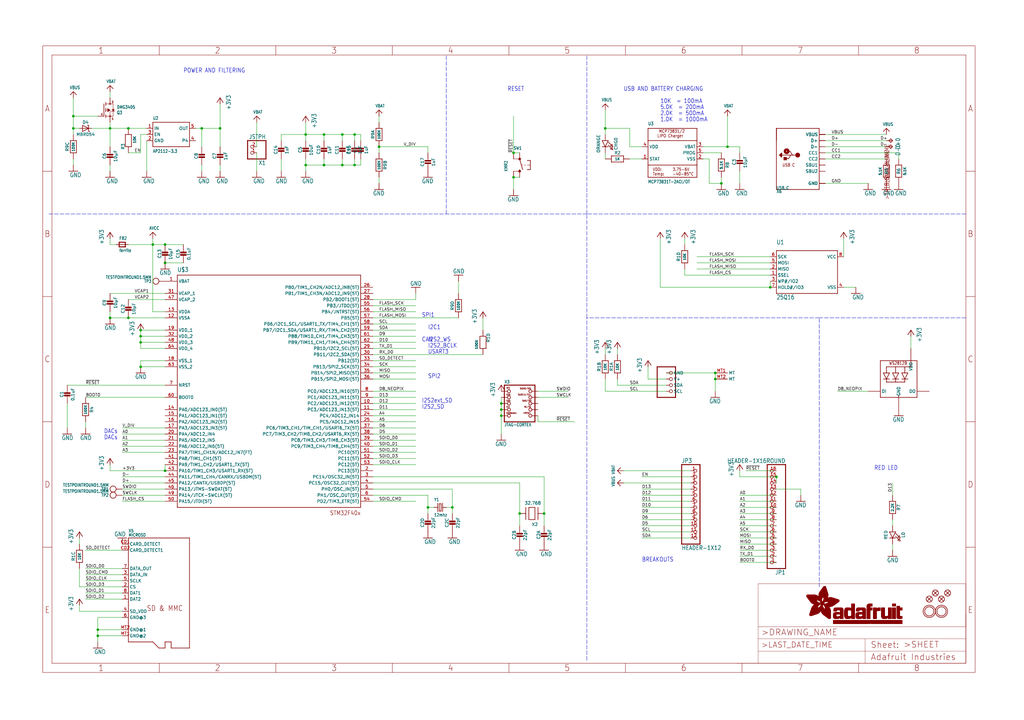
<source format=kicad_sch>
(kicad_sch (version 20211123) (generator eeschema)
  (paper "User" 425.45 299.161)
  (lib_symbols
    (symbol "eagleSchem-eagle-import:+3V3" (power)
      (property "Value" "+3V3" (at -2.54 -5.08 90))
      (symbol "+3V3_1_0"
        (pin power_in line (at 0 -2.54 90) (length 2.54) (name "+3V3") (number "1"))
      )
    )
    (symbol "eagleSchem-eagle-import:AVCC" (power)
      (property "Value" "AVCC" (at -1.524 1.016 0))
      (symbol "AVCC_1_0"
        (pin power_in line (at 0 -2.54 90) (length 2.54) (name "AVCC") (number "1"))
      )
    )
    (symbol "eagleSchem-eagle-import:CAP_4PACK1206"
      (property "Reference" "C" (at -2.29 1.25 90))
      (property "Value" "CAP_4PACK1206" (at 2.3 1.25 90))
      (symbol "CAP_4PACK1206_1_0"
        (pin passive line (at 0 5.08 270) (length 2.54) (name "1") (number "4"))
        (pin passive line (at 0 -2.54 90) (length 2.54) (name "2") (number "5"))
      )
      (symbol "CAP_4PACK1206_2_0"
        (pin passive line (at 0 5.08 270) (length 2.54) (name "1") (number "3"))
        (pin passive line (at 0 -2.54 90) (length 2.54) (name "2") (number "6"))
      )
      (symbol "CAP_4PACK1206_3_0"
        (pin passive line (at 0 5.08 270) (length 2.54) (name "1") (number "2"))
        (pin passive line (at 0 -2.54 90) (length 2.54) (name "2") (number "7"))
      )
      (symbol "CAP_4PACK1206_4_0"
        (pin passive line (at 0 5.08 270) (length 2.54) (name "1") (number "1"))
        (pin passive line (at 0 -2.54 90) (length 2.54) (name "2") (number "8"))
      )
    )
    (symbol "eagleSchem-eagle-import:CAP_CERAMIC0603_NO"
      (property "Reference" "C" (at -2.29 1.25 90))
      (property "Value" "CAP_CERAMIC0603_NO" (at 2.3 1.25 90))
      (symbol "CAP_CERAMIC0603_NO_1_0"
        (pin passive line (at 0 5.08 270) (length 2.54) (name "1") (number "1"))
        (pin passive line (at 0 -2.54 90) (length 2.54) (name "2") (number "2"))
      )
    )
    (symbol "eagleSchem-eagle-import:CAP_CERAMIC0805-NOOUTLINE"
      (property "Reference" "C" (at -2.29 1.25 90))
      (property "Value" "CAP_CERAMIC0805-NOOUTLINE" (at 2.3 1.25 90))
      (symbol "CAP_CERAMIC0805-NOOUTLINE_1_0"
        (pin passive line (at 0 5.08 270) (length 2.54) (name "1") (number "1"))
        (pin passive line (at 0 -2.54 90) (length 2.54) (name "2") (number "2"))
      )
    )
    (symbol "eagleSchem-eagle-import:CON_JST_PH_2PIN"
      (property "Reference" "X" (at -6.35 5.715 0))
      (property "Value" "CON_JST_PH_2PIN" (at -6.35 -5.08 0))
      (symbol "CON_JST_PH_2PIN_1_0"
        (pin passive inverted (at -2.54 2.54 0) (length 2.54) (name "1") (number "1"))
        (pin passive inverted (at -2.54 0 0) (length 2.54) (name "2") (number "2"))
      )
    )
    (symbol "eagleSchem-eagle-import:CRYSTAL2.5X2.0"
      (property "Reference" "Y" (at -2.54 2.54 0))
      (property "Value" "CRYSTAL2.5X2.0" (at -2.54 -3.81 0))
      (symbol "CRYSTAL2.5X2.0_1_0"
        (pin passive line (at -2.54 0 0) (length 0) (name "1") (number "1"))
        (pin passive line (at 2.54 0 180) (length 0) (name "2") (number "3"))
      )
    )
    (symbol "eagleSchem-eagle-import:DIODE-SCHOTTKYSOD-123"
      (property "Reference" "D" (at 0 2.54 0))
      (property "Value" "DIODE-SCHOTTKYSOD-123" (at 0 -2.5 0))
      (symbol "DIODE-SCHOTTKYSOD-123_1_0"
        (pin passive line (at -2.54 0 0) (length 2.54) (name "A") (number "A"))
        (pin passive line (at 2.54 0 180) (length 2.54) (name "C") (number "C"))
      )
    )
    (symbol "eagleSchem-eagle-import:FERRITE-0805NO"
      (property "Reference" "FB" (at -1.27 1.905 0))
      (property "Value" "FERRITE-0805NO" (at -1.27 -3.175 0))
      (symbol "FERRITE-0805NO_1_0"
        (pin passive line (at -2.54 0 0) (length 2.54) (name "P$1") (number "1"))
        (pin passive line (at 2.54 0 180) (length 2.54) (name "P$2") (number "2"))
      )
    )
    (symbol "eagleSchem-eagle-import:FIDUCIAL_1MM")
    (symbol "eagleSchem-eagle-import:FRAME_A3_ADAFRUIT"
      (symbol "FRAME_A3_ADAFRUIT_0_0"
        (text "1" (at 24.2094 1.905 0) (effects (font (size 2.54 2.286))))
        (text "1" (at 24.2094 258.445 0) (effects (font (size 2.54 2.286))))
        (text "2" (at 72.6281 1.905 0) (effects (font (size 2.54 2.286))))
        (text "2" (at 72.6281 258.445 0) (effects (font (size 2.54 2.286))))
        (text "3" (at 121.0469 1.905 0) (effects (font (size 2.54 2.286))))
        (text "3" (at 121.0469 258.445 0) (effects (font (size 2.54 2.286))))
        (text "4" (at 169.4656 1.905 0) (effects (font (size 2.54 2.286))))
        (text "4" (at 169.4656 258.445 0) (effects (font (size 2.54 2.286))))
        (text "5" (at 217.8844 1.905 0) (effects (font (size 2.54 2.286))))
        (text "5" (at 217.8844 258.445 0) (effects (font (size 2.54 2.286))))
        (text "6" (at 266.3031 1.905 0) (effects (font (size 2.54 2.286))))
        (text "6" (at 266.3031 258.445 0) (effects (font (size 2.54 2.286))))
        (text "7" (at 314.7219 1.905 0) (effects (font (size 2.54 2.286))))
        (text "7" (at 314.7219 258.445 0) (effects (font (size 2.54 2.286))))
        (text "8" (at 363.1406 1.905 0) (effects (font (size 2.54 2.286))))
        (text "8" (at 363.1406 258.445 0) (effects (font (size 2.54 2.286))))
        (text "A" (at 1.905 234.315 0) (effects (font (size 2.54 2.286))))
        (text "A" (at 385.445 234.315 0) (effects (font (size 2.54 2.286))))
        (text "B" (at 1.905 182.245 0) (effects (font (size 2.54 2.286))))
        (text "B" (at 385.445 182.245 0) (effects (font (size 2.54 2.286))))
        (text "C" (at 1.905 130.175 0) (effects (font (size 2.54 2.286))))
        (text "C" (at 385.445 130.175 0) (effects (font (size 2.54 2.286))))
        (text "D" (at 1.905 78.105 0) (effects (font (size 2.54 2.286))))
        (text "D" (at 385.445 78.105 0) (effects (font (size 2.54 2.286))))
        (text "E" (at 1.905 26.035 0) (effects (font (size 2.54 2.286))))
        (text "E" (at 385.445 26.035 0) (effects (font (size 2.54 2.286))))
      )
      (symbol "FRAME_A3_ADAFRUIT_1_0"
        (text ">DRAWING_NAME" (at 298.45 15.24 0) (effects (font (size 2.54 2.54)) (justify left bottom)))
        (text ">LAST_DATE_TIME" (at 298.45 10.16 0) (effects (font (size 2.286 2.286)) (justify left bottom)))
        (text ">SHEET" (at 357.505 10.16 0) (effects (font (size 2.54 2.54)) (justify left bottom)))
        (text "Adafruit Industries" (at 343.916 4.953 0) (effects (font (size 2.54 2.54)) (justify left bottom)))
        (text "Sheet:" (at 343.916 10.033 0) (effects (font (size 2.54 2.54)) (justify left bottom)))
      )
    )
    (symbol "eagleSchem-eagle-import:GND" (power)
      (property "Value" "GND" (at -2.54 -2.54 0))
      (symbol "GND_1_0"
        (pin power_in line (at 0 2.54 270) (length 2.54) (name "GND") (number "1"))
      )
    )
    (symbol "eagleSchem-eagle-import:HEADER-1X12"
      (property "Reference" "JP" (at -6.35 18.415 0))
      (property "Value" "HEADER-1X12" (at -6.35 -17.78 0))
      (symbol "HEADER-1X12_1_0"
        (pin passive inverted (at -2.54 15.24 0) (length 2.54) (name "1") (number "1"))
        (pin passive inverted (at -2.54 -7.62 0) (length 2.54) (name "10") (number "10"))
        (pin passive inverted (at -2.54 -10.16 0) (length 2.54) (name "11") (number "11"))
        (pin passive inverted (at -2.54 -12.7 0) (length 2.54) (name "12") (number "12"))
        (pin passive inverted (at -2.54 12.7 0) (length 2.54) (name "2") (number "2"))
        (pin passive inverted (at -2.54 10.16 0) (length 2.54) (name "3") (number "3"))
        (pin passive inverted (at -2.54 7.62 0) (length 2.54) (name "4") (number "4"))
        (pin passive inverted (at -2.54 5.08 0) (length 2.54) (name "5") (number "5"))
        (pin passive inverted (at -2.54 2.54 0) (length 2.54) (name "6") (number "6"))
        (pin passive inverted (at -2.54 0 0) (length 2.54) (name "7") (number "7"))
        (pin passive inverted (at -2.54 -2.54 0) (length 2.54) (name "8") (number "8"))
        (pin passive inverted (at -2.54 -5.08 0) (length 2.54) (name "9") (number "9"))
      )
    )
    (symbol "eagleSchem-eagle-import:HEADER-1X16ROUND"
      (property "Reference" "JP" (at -6.35 20.955 0))
      (property "Value" "HEADER-1X16ROUND" (at -6.35 -25.4 0))
      (symbol "HEADER-1X16ROUND_1_0"
        (pin passive inverted (at -2.54 17.78 0) (length 2.54) (name "1") (number "1"))
        (pin passive inverted (at -2.54 -5.08 0) (length 2.54) (name "10") (number "10"))
        (pin passive inverted (at -2.54 -7.62 0) (length 2.54) (name "11") (number "11"))
        (pin passive inverted (at -2.54 -10.16 0) (length 2.54) (name "12") (number "12"))
        (pin passive inverted (at -2.54 -12.7 0) (length 2.54) (name "13") (number "13"))
        (pin passive inverted (at -2.54 -15.24 0) (length 2.54) (name "14") (number "14"))
        (pin passive inverted (at -2.54 -17.78 0) (length 2.54) (name "15") (number "15"))
        (pin passive inverted (at -2.54 -20.32 0) (length 2.54) (name "16") (number "16"))
        (pin passive inverted (at -2.54 15.24 0) (length 2.54) (name "2") (number "2"))
        (pin passive inverted (at -2.54 12.7 0) (length 2.54) (name "3") (number "3"))
        (pin passive inverted (at -2.54 10.16 0) (length 2.54) (name "4") (number "4"))
        (pin passive inverted (at -2.54 7.62 0) (length 2.54) (name "5") (number "5"))
        (pin passive inverted (at -2.54 5.08 0) (length 2.54) (name "6") (number "6"))
        (pin passive inverted (at -2.54 2.54 0) (length 2.54) (name "7") (number "7"))
        (pin passive inverted (at -2.54 0 0) (length 2.54) (name "8") (number "8"))
        (pin passive inverted (at -2.54 -2.54 0) (length 2.54) (name "9") (number "9"))
      )
    )
    (symbol "eagleSchem-eagle-import:JTAG-CORTEX"
      (property "Reference" "X" (at -6.35 8.255 0))
      (property "Value" "JTAG-CORTEX" (at -6.35 -9.525 0))
      (symbol "JTAG-CORTEX_1_0"
        (text "GND" (at -5.588 0.762 0) (effects (font (size 0.635 0.5397)) (justify left bottom)))
        (text "GND" (at -5.588 3.302 0) (effects (font (size 0.635 0.5397)) (justify left bottom)))
        (text "GNDDetect" (at -5.588 -4.318 0) (effects (font (size 0.635 0.5397)) (justify left bottom)))
        (text "KEY" (at -5.588 -1.778 0) (effects (font (size 0.635 0.5397)) (justify left bottom)))
        (text "NC/TDI" (at 1.778 -1.778 0) (effects (font (size 0.635 0.5397)) (justify left bottom)))
        (text "nRESET" (at 1.524 -4.318 0) (effects (font (size 0.635 0.5397)) (justify left bottom)))
        (text "SWDCLK/TCK" (at -0.762 3.302 0) (effects (font (size 0.635 0.5397)) (justify left bottom)))
        (text "SWDIO/TMS" (at 0 5.842 0) (effects (font (size 0.635 0.5397)) (justify left bottom)))
        (text "SWO/TDO" (at 1.016 0.762 0) (effects (font (size 0.635 0.5397)) (justify left bottom)))
        (text "VCC" (at -5.588 6.096 0) (effects (font (size 0.635 0.5397)) (justify left bottom)))
        (pin power_in line (at -7.62 5.08 0) (length 2.54) (name "VCC") (number "1"))
        (pin bidirectional line (at 7.62 -5.08 180) (length 2.54) (name "NRESET") (number "10"))
        (pin bidirectional line (at 7.62 5.08 180) (length 2.54) (name "SWDIO") (number "2"))
        (pin power_in line (at -7.62 2.54 0) (length 2.54) (name "GND@1") (number "3"))
        (pin bidirectional line (at 7.62 2.54 180) (length 2.54) (name "SWDCLK") (number "4"))
        (pin power_in line (at -7.62 0 0) (length 2.54) (name "GND@2") (number "5"))
        (pin bidirectional line (at 7.62 0 180) (length 2.54) (name "SWO") (number "6"))
        (pin bidirectional line (at -7.62 -2.54 0) (length 2.54) (name "KEY") (number "7"))
        (pin bidirectional line (at 7.62 -2.54 180) (length 2.54) (name "TDI") (number "8"))
        (pin bidirectional line (at -7.62 -5.08 0) (length 2.54) (name "GNDDETECT") (number "9"))
      )
    )
    (symbol "eagleSchem-eagle-import:LED0805_NOOUTLINE"
      (property "Reference" "D" (at -1.27 4.445 0))
      (property "Value" "LED0805_NOOUTLINE" (at -1.27 -2.794 0))
      (symbol "LED0805_NOOUTLINE_1_0"
        (pin passive line (at -5.08 0 0) (length 2.54) (name "A") (number "A"))
        (pin passive line (at 2.54 0 180) (length 2.54) (name "C") (number "C"))
      )
    )
    (symbol "eagleSchem-eagle-import:MCP73831{slash}2"
      (property "Reference" "U" (at -10.16 11.43 0))
      (property "Value" "MCP73831{slash}2" (at -10.16 -12.7 0))
      (symbol "MCP73831{slash}2_1_0"
        (text "-40-85°C" (at 0 -9.525 0) (effects (font (size 1.27 1.0795)) (justify left bottom)))
        (text "3.75-6V" (at 0 -7.62 0) (effects (font (size 1.27 1.0795)) (justify left bottom)))
        (text "LIPO Charger" (at -6.35 6.35 0) (effects (font (size 1.27 1.0795)) (justify left bottom)))
        (text "MCP73831/2" (at -5.715 8.255 0) (effects (font (size 1.27 1.0795)) (justify left bottom)))
        (text "Temp:" (at -8.255 -9.525 0) (effects (font (size 1.27 1.0795)) (justify left bottom)))
        (text "VDD:" (at -8.255 -7.62 0) (effects (font (size 1.27 1.0795)) (justify left bottom)))
        (pin output line (at -12.7 -2.54 0) (length 2.54) (name "STAT") (number "1"))
        (pin power_in line (at 12.7 -2.54 180) (length 2.54) (name "VSS") (number "2"))
        (pin power_in line (at 12.7 2.54 180) (length 2.54) (name "VBAT") (number "3"))
        (pin power_in line (at -12.7 2.54 0) (length 2.54) (name "VDD") (number "4"))
        (pin input line (at 12.7 0 180) (length 2.54) (name "PROG") (number "5"))
      )
    )
    (symbol "eagleSchem-eagle-import:MICROSD"
      (property "Reference" "X" (at -12.7 22.606 0))
      (property "Value" "MICROSD" (at -12.7 20.828 0))
      (symbol "MICROSD_1_0"
        (text "SD & MMC" (at -5.08 -10.16 0) (effects (font (size 2.1844 1.8567)) (justify left bottom)))
        (pin bidirectional line (at -15.24 -5.08 0) (length 2.54) (name "DAT2") (number "1"))
        (pin input line (at -15.24 0 0) (length 2.54) (name "CS") (number "2"))
        (pin input line (at -15.24 5.08 0) (length 2.54) (name "DATA_IN") (number "3"))
        (pin power_in line (at -15.24 -10.16 0) (length 2.54) (name "SD_VDD") (number "4"))
        (pin input line (at -15.24 2.54 0) (length 2.54) (name "SCLK") (number "5"))
        (pin power_in line (at -15.24 -12.7 0) (length 2.54) (name "GND@3") (number "6"))
        (pin output line (at -15.24 7.62 0) (length 2.54) (name "DATA_OUT") (number "7"))
        (pin bidirectional line (at -15.24 -2.54 0) (length 2.54) (name "DAT1") (number "8"))
        (pin passive line (at -15.24 17.78 0) (length 2.54) (name "CARD_DETECT") (number "CD1"))
        (pin passive line (at -15.24 15.24 0) (length 2.54) (name "CARD_DETECT1") (number "CD2"))
        (pin power_in line (at -15.24 -20.32 0) (length 2.54) (name "GND@2") (number "MT1"))
        (pin power_in line (at -15.24 -17.78 0) (length 2.54) (name "GND@1") (number "MT2"))
      )
    )
    (symbol "eagleSchem-eagle-import:MOSFET-P"
      (property "Reference" "Q" (at 2.794 0.381 0))
      (property "Value" "MOSFET-P" (at 2.794 -1.905 0))
      (symbol "MOSFET-P_1_0"
        (text "D" (at 0.635 -3.81 0) (effects (font (size 0.8128 0.6908)) (justify left bottom)))
        (text "G" (at -3.81 1.27 0) (effects (font (size 0.8128 0.6908)) (justify left bottom)))
        (text "S" (at 0.635 3.175 0) (effects (font (size 0.8128 0.6908)) (justify left bottom)))
        (pin passive line (at -5.08 2.54 0) (length 2.54) (name "G") (number "1"))
        (pin passive line (at 0 5.08 270) (length 2.54) (name "S") (number "2"))
        (pin passive line (at 0 -5.08 90) (length 2.54) (name "D") (number "3"))
      )
    )
    (symbol "eagleSchem-eagle-import:MOUNTINGHOLE2.5")
    (symbol "eagleSchem-eagle-import:RESISTOR_0603_NOOUT"
      (property "Reference" "R" (at 0 2.54 0))
      (property "Value" "RESISTOR_0603_NOOUT" (at 0 0 0))
      (symbol "RESISTOR_0603_NOOUT_1_0"
        (pin passive line (at -5.08 0 0) (length 2.54) (name "1") (number "1"))
        (pin passive line (at 5.08 0 180) (length 2.54) (name "2") (number "2"))
      )
    )
    (symbol "eagleSchem-eagle-import:RESISTOR_4PACK_NO"
      (property "Reference" "R" (at 0 2.54 0))
      (property "Value" "RESISTOR_4PACK_NO" (at 0 0 0))
      (symbol "RESISTOR_4PACK_NO_1_0"
        (pin passive line (at -5.08 0 0) (length 2.54) (name "1") (number "1"))
        (pin passive line (at 5.08 0 180) (length 2.54) (name "2") (number "8"))
      )
      (symbol "RESISTOR_4PACK_NO_2_0"
        (pin passive line (at -5.08 0 0) (length 2.54) (name "1") (number "2"))
        (pin passive line (at 5.08 0 180) (length 2.54) (name "2") (number "7"))
      )
      (symbol "RESISTOR_4PACK_NO_3_0"
        (pin passive line (at -5.08 0 0) (length 2.54) (name "1") (number "3"))
        (pin passive line (at 5.08 0 180) (length 2.54) (name "2") (number "6"))
      )
      (symbol "RESISTOR_4PACK_NO_4_0"
        (pin passive line (at -5.08 0 0) (length 2.54) (name "1") (number "4"))
        (pin passive line (at 5.08 0 180) (length 2.54) (name "2") (number "5"))
      )
    )
    (symbol "eagleSchem-eagle-import:SPIFLASH_8PIN"
      (property "Reference" "U" (at -12.7 12.7 0))
      (property "Value" "SPIFLASH_8PIN" (at -12.7 -10.16 0))
      (symbol "SPIFLASH_8PIN_1_0"
        (pin bidirectional line (at -15.24 0 0) (length 2.54) (name "SSEL") (number "1"))
        (pin bidirectional line (at -15.24 2.54 0) (length 2.54) (name "MISO") (number "2"))
        (pin bidirectional line (at -15.24 -2.54 0) (length 2.54) (name "WP#/IO2") (number "3"))
        (pin bidirectional line (at 15.24 -5.08 180) (length 2.54) (name "VSS") (number "4"))
        (pin bidirectional line (at -15.24 5.08 0) (length 2.54) (name "MOSI") (number "5"))
        (pin bidirectional line (at -15.24 7.62 0) (length 2.54) (name "SCK") (number "6"))
        (pin bidirectional line (at -15.24 -5.08 0) (length 2.54) (name "HOLD#/IO3") (number "7"))
        (pin bidirectional line (at 15.24 7.62 180) (length 2.54) (name "VCC") (number "8"))
      )
    )
    (symbol "eagleSchem-eagle-import:STEMMA_I2C_QT"
      (symbol "STEMMA_I2C_QT_1_0"
        (pin passive inverted (at 0 5.08 0) (length 2.54) (name "GND") (number "1"))
        (pin passive inverted (at 0 2.54 0) (length 2.54) (name "V+") (number "2"))
        (pin passive inverted (at 0 0 0) (length 2.54) (name "SDA") (number "3"))
        (pin passive inverted (at 0 -2.54 0) (length 2.54) (name "SCL") (number "4"))
      )
      (symbol "STEMMA_I2C_QT_2_0"
        (pin bidirectional line (at 0 0 0) (length 5.08) (name "MT") (number "MT1"))
      )
      (symbol "STEMMA_I2C_QT_3_0"
        (pin bidirectional line (at 0 0 0) (length 5.08) (name "MT") (number "MT2"))
      )
    )
    (symbol "eagleSchem-eagle-import:STM32F405R"
      (symbol "STM32F405R_1_0"
        (text "STM32F40x" (at 38.1 -49.53 0) (effects (font (size 1.778 1.5113)) (justify right top)))
        (pin bidirectional line (at -43.18 45.72 0) (length 5.08) (name "VBAT") (number "1"))
        (pin bidirectional line (at 43.18 -5.08 180) (length 5.08) (name "PC2/ADC123_IN12(5T)") (number "10"))
        (pin bidirectional line (at 43.18 -7.62 180) (length 5.08) (name "PC3/ADC123_IN13(5T)") (number "11"))
        (pin bidirectional line (at -43.18 30.48 0) (length 5.08) (name "VSSA") (number "12"))
        (pin bidirectional line (at -43.18 33.02 0) (length 5.08) (name "VDDA") (number "13"))
        (pin bidirectional line (at -43.18 -7.62 0) (length 5.08) (name "PA0/ADC123_IN0(5T)") (number "14"))
        (pin bidirectional line (at -43.18 -10.16 0) (length 5.08) (name "PA1/ADC123_IN1(5T)") (number "15"))
        (pin bidirectional line (at -43.18 -12.7 0) (length 5.08) (name "PA2/ADC123_IN2(5T)") (number "16"))
        (pin bidirectional line (at -43.18 -15.24 0) (length 5.08) (name "PA3/ADC123_IN3(5T)") (number "17"))
        (pin bidirectional line (at -43.18 12.7 0) (length 5.08) (name "VSS_1") (number "18"))
        (pin bidirectional line (at -43.18 25.4 0) (length 5.08) (name "VDD_1") (number "19"))
        (pin bidirectional line (at 43.18 -33.02 180) (length 5.08) (name "PC13(5T)") (number "2"))
        (pin bidirectional line (at -43.18 -17.78 0) (length 5.08) (name "PA4/ADC12_IN4") (number "20"))
        (pin bidirectional line (at -43.18 -20.32 0) (length 5.08) (name "PA5/ADC12_IN5") (number "21"))
        (pin bidirectional line (at -43.18 -22.86 0) (length 5.08) (name "PA6/ADC12_IN6(5T)") (number "22"))
        (pin bidirectional line (at -43.18 -25.4 0) (length 5.08) (name "PA7/TIM1_CH1N/ADC12_IN7(FT)") (number "23"))
        (pin bidirectional line (at 43.18 -10.16 180) (length 5.08) (name "PC4/ADC12_IN14") (number "24"))
        (pin bidirectional line (at 43.18 -12.7 180) (length 5.08) (name "PC5/ADC12_IN15") (number "25"))
        (pin bidirectional line (at 43.18 43.18 180) (length 5.08) (name "PB0/TIM1_CH2N/ADC12_IN8(5T)") (number "26"))
        (pin bidirectional line (at 43.18 40.64 180) (length 5.08) (name "PB1/TIM1_CH3N/ADC12_IN9(5T)") (number "27"))
        (pin bidirectional line (at 43.18 38.1 180) (length 5.08) (name "PB2/BOOT1(5T)") (number "28"))
        (pin bidirectional line (at 43.18 17.78 180) (length 5.08) (name "PB10/I2C2_SCL(5T)") (number "29"))
        (pin bidirectional line (at 43.18 -35.56 180) (length 5.08) (name "PC14/OSC32_IN(5T)") (number "3"))
        (pin bidirectional line (at 43.18 15.24 180) (length 5.08) (name "PB11/I2C2_SDA(5T)") (number "30"))
        (pin bidirectional line (at -43.18 40.64 0) (length 5.08) (name "VCAP_1") (number "31"))
        (pin bidirectional line (at -43.18 22.86 0) (length 5.08) (name "VDD_2") (number "32"))
        (pin bidirectional line (at 43.18 12.7 180) (length 5.08) (name "PB12(5T)") (number "33"))
        (pin bidirectional line (at 43.18 10.16 180) (length 5.08) (name "PB13/SPI2_SCK(5T)") (number "34"))
        (pin bidirectional line (at 43.18 7.62 180) (length 5.08) (name "PB14/SPI2_MISO(5T)") (number "35"))
        (pin bidirectional line (at 43.18 5.08 180) (length 5.08) (name "PB15/SPI2_MOSI(5T)") (number "36"))
        (pin bidirectional line (at 43.18 -15.24 180) (length 5.08) (name "PC6/TIM3_CH1/TIM_CH1/USART6_TX(5T)") (number "37"))
        (pin bidirectional line (at 43.18 -17.78 180) (length 5.08) (name "PC7/TIM3_CH2/TIM8_CH2/USART6_RX(5T)") (number "38"))
        (pin bidirectional line (at 43.18 -20.32 180) (length 5.08) (name "PC8/TIM3_CH3/TIM8_CH3(5T)") (number "39"))
        (pin bidirectional line (at 43.18 -38.1 180) (length 5.08) (name "PC15/OSC32_OUT(5T)") (number "4"))
        (pin bidirectional line (at 43.18 -22.86 180) (length 5.08) (name "PC9/TIM3_CH4/TIM8_CH4(5T)") (number "40"))
        (pin bidirectional line (at -43.18 -27.94 0) (length 5.08) (name "PA8/TIM1_CH1(5T)") (number "41"))
        (pin bidirectional line (at -43.18 -30.48 0) (length 5.08) (name "PA9/TIM1_CH2/USART1_TX(5T)") (number "42"))
        (pin bidirectional line (at -43.18 -33.02 0) (length 5.08) (name "PA10/TIM1_CH3/USART1_RX(5T)") (number "43"))
        (pin bidirectional line (at -43.18 -35.56 0) (length 5.08) (name "PA11/TIM1_CH4/CANRX/USBDM(5T)") (number "44"))
        (pin bidirectional line (at -43.18 -38.1 0) (length 5.08) (name "PA12/CANTX/USBDP(5T)") (number "45"))
        (pin bidirectional line (at -43.18 -40.64 0) (length 5.08) (name "PA13/JTMS-SWDAT(5T)") (number "46"))
        (pin bidirectional line (at -43.18 38.1 0) (length 5.08) (name "VCAP_2") (number "47"))
        (pin bidirectional line (at -43.18 20.32 0) (length 5.08) (name "VDD_3") (number "48"))
        (pin bidirectional line (at -43.18 -43.18 0) (length 5.08) (name "PA14/JTCK-SWCLK(5T)") (number "49"))
        (pin bidirectional line (at 43.18 -40.64 180) (length 5.08) (name "PH0/OSC_IN(5T)") (number "5"))
        (pin bidirectional line (at -43.18 -45.72 0) (length 5.08) (name "PA15/JTDI(5T)") (number "50"))
        (pin bidirectional line (at 43.18 -25.4 180) (length 5.08) (name "PC10(5T)") (number "51"))
        (pin bidirectional line (at 43.18 -27.94 180) (length 5.08) (name "PC11(5T)") (number "52"))
        (pin bidirectional line (at 43.18 -30.48 180) (length 5.08) (name "PC12(5T)") (number "53"))
        (pin bidirectional line (at 43.18 -45.72 180) (length 5.08) (name "PD2/TIM3_ETR(5T)") (number "54"))
        (pin bidirectional line (at 43.18 35.56 180) (length 5.08) (name "PB3/JTDO(5T)") (number "55"))
        (pin bidirectional line (at 43.18 33.02 180) (length 5.08) (name "PB4/JNTRST(5T)") (number "56"))
        (pin bidirectional line (at 43.18 30.48 180) (length 5.08) (name "PB5(5T)") (number "57"))
        (pin bidirectional line (at 43.18 27.94 180) (length 5.08) (name "PB6/I2C1_SCL/USART1_TX/TIM4_CH1(5T)") (number "58"))
        (pin bidirectional line (at 43.18 25.4 180) (length 5.08) (name "PB7/I2C1_SDA/USART1_RX/TIM4_CH2(5T)") (number "59"))
        (pin bidirectional line (at 43.18 -43.18 180) (length 5.08) (name "PH1/OSC_OUT(5T)") (number "6"))
        (pin bidirectional line (at -43.18 -2.54 0) (length 5.08) (name "BOOT0") (number "60"))
        (pin bidirectional line (at 43.18 22.86 180) (length 5.08) (name "PB8/TIM10_CH1/TIM4_CH3(5T)") (number "61"))
        (pin bidirectional line (at 43.18 20.32 180) (length 5.08) (name "PB9/TIM11_CH1/TIM4_CH4(5T)") (number "62"))
        (pin bidirectional line (at -43.18 10.16 0) (length 5.08) (name "VSS_2") (number "63"))
        (pin bidirectional line (at -43.18 17.78 0) (length 5.08) (name "VDD_4") (number "64"))
        (pin bidirectional line (at -43.18 2.54 0) (length 5.08) (name "NRST") (number "7"))
        (pin bidirectional line (at 43.18 0 180) (length 5.08) (name "PC0/ADC123_IN10(5T)") (number "8"))
        (pin bidirectional line (at 43.18 -2.54 180) (length 5.08) (name "PC1/ADC123_IN11(5T)") (number "9"))
      )
    )
    (symbol "eagleSchem-eagle-import:SWITCH_TACT_SMT4.6X2.8"
      (property "Reference" "SW" (at -2.54 6.35 0))
      (property "Value" "SWITCH_TACT_SMT4.6X2.8" (at -2.54 -5.08 0))
      (symbol "SWITCH_TACT_SMT4.6X2.8_1_0"
        (pin passive line (at -5.08 0 0) (length 2.54) (name "P") (number "A"))
        (pin passive line (at -5.08 -2.54 0) (length 2.54) (name "P1") (number "A'"))
        (pin passive line (at 5.08 0 180) (length 2.54) (name "S") (number "B"))
        (pin passive line (at 5.08 -2.54 180) (length 2.54) (name "S1") (number "B'"))
      )
    )
    (symbol "eagleSchem-eagle-import:TESTPOINTROUND1.5MM"
      (property "Reference" "TP" (at 0 5.588 90))
      (property "Value" "TESTPOINTROUND1.5MM" (at 1.651 5.588 90))
      (symbol "TESTPOINTROUND1.5MM_1_0"
        (pin bidirectional line (at 0 0 90) (length 2.54) (name "P$1") (number "P$1"))
      )
    )
    (symbol "eagleSchem-eagle-import:TPB1,27"
      (property "Reference" "TP" (at -1.27 1.27 0))
      (symbol "TPB1,27_1_0"
        (text ">TP_SIGNAL_NAME" (at 1.27 -1.27 0) (effects (font (size 1.778 1.5113)) (justify left bottom)))
        (pin input line (at 0 -2.54 90) (length 2.54) (name "TP") (number "TP"))
      )
    )
    (symbol "eagleSchem-eagle-import:USB_C"
      (property "Reference" "X" (at -10.16 13.716 0))
      (property "Value" "USB_C" (at -10.16 -15.24 0))
      (symbol "USB_C_1_0"
        (text "USB C" (at -5.08 -2.54 0) (effects (font (size 1.27 1.0795))))
        (pin power_in line (at 10.16 -10.16 180) (length 2.54) (name "GND") (number "A1B12"))
        (pin power_in line (at 10.16 10.16 180) (length 2.54) (name "VBUS") (number "A4B9"))
        (pin bidirectional line (at 10.16 2.54 180) (length 2.54) (name "CC1") (number "A5"))
        (pin bidirectional line (at 10.16 7.62 180) (length 2.54) (name "D+") (number "A6"))
        (pin bidirectional line (at 10.16 5.08 180) (length 2.54) (name "D-") (number "A7"))
        (pin bidirectional line (at 10.16 -2.54 180) (length 2.54) (name "SBU1") (number "A8"))
        (pin power_in line (at 10.16 -10.16 180) (length 2.54) (name "GND") (number "B1A12"))
        (pin power_in line (at 10.16 10.16 180) (length 2.54) (name "VBUS") (number "B4A9"))
        (pin bidirectional line (at 10.16 0 180) (length 2.54) (name "CC2") (number "B5"))
        (pin bidirectional line (at 10.16 7.62 180) (length 2.54) (name "D+") (number "B6"))
        (pin bidirectional line (at 10.16 5.08 180) (length 2.54) (name "D-") (number "B7"))
        (pin bidirectional line (at 10.16 -5.08 180) (length 2.54) (name "SBU2") (number "B8"))
      )
    )
    (symbol "eagleSchem-eagle-import:VBAT" (power)
      (property "Value" "VBAT" (at -1.524 1.016 0))
      (symbol "VBAT_1_0"
        (pin power_in line (at 0 -2.54 90) (length 2.54) (name "VBAT") (number "1"))
      )
    )
    (symbol "eagleSchem-eagle-import:VBUS" (power)
      (property "Value" "VBUS" (at -1.524 1.016 0))
      (symbol "VBUS_1_0"
        (pin power_in line (at 0 -2.54 90) (length 2.54) (name "VBUS") (number "1"))
      )
    )
    (symbol "eagleSchem-eagle-import:VREG_SOT23-5"
      (property "Reference" "U" (at -7.62 6.096 0))
      (property "Value" "VREG_SOT23-5" (at -7.62 -7.62 0))
      (symbol "VREG_SOT23-5_1_0"
        (pin power_in line (at -10.16 2.54 0) (length 2.54) (name "IN") (number "1"))
        (pin power_in line (at -10.16 -2.54 0) (length 2.54) (name "GND") (number "2"))
        (pin input line (at -10.16 0 0) (length 2.54) (name "EN") (number "3"))
        (pin bidirectional line (at 10.16 -2.54 180) (length 2.54) (name "P4") (number "4"))
        (pin power_in line (at 10.16 2.54 180) (length 2.54) (name "OUT") (number "5"))
      )
    )
    (symbol "eagleSchem-eagle-import:WS2812B3535"
      (symbol "WS2812B3535_1_0"
        (text "WS2812B" (at -4.064 8.382 0) (effects (font (size 1.27 1.0795)) (justify left bottom)))
        (pin input line (at -12.7 -2.54 0) (length 5.08) (name "DI") (number "1"))
        (pin power_in line (at 5.08 15.24 270) (length 5.08) (name "VDD") (number "2"))
        (pin output line (at 12.7 -2.54 180) (length 5.08) (name "DO") (number "3"))
        (pin power_in line (at 0 -10.16 90) (length 5.08) (name "GND") (number "4"))
      )
    )
    (symbol "eagleSchem-eagle-import:XTAL-3.2X1.5"
      (property "Reference" "X" (at -2.54 3.81 0))
      (property "Value" "XTAL-3.2X1.5" (at -3.81 -5.08 0))
      (symbol "XTAL-3.2X1.5_1_0"
        (pin bidirectional line (at -5.08 0 0) (length 2.54) (name "P$1") (number "P$1"))
        (pin bidirectional line (at 5.08 0 180) (length 2.54) (name "P$2") (number "P$2"))
      )
    )
  )
  (junction (at 208.28 167.64))
  (junction (at 322.58 198.12))
  (junction (at 45.72 53.34))
  (junction (at 53.34 53.34))
  (junction (at 68.58 195.58))
  (junction (at 208.28 172.72))
  (junction (at 157.48 60.96))
  (junction (at 58.42 139.7))
  (junction (at 134.62 68.58))
  (junction (at 147.32 68.58))
  (junction (at 208.28 170.18))
  (junction (at 58.42 152.4))
  (junction (at 142.24 55.88))
  (junction (at 187.96 210.82))
  (junction (at 147.32 55.88))
  (junction (at 215.9 213.36))
  (junction (at 127 55.88))
  (junction (at 68.58 109.22))
  (junction (at 53.34 132.08))
  (junction (at 177.8 210.82))
  (junction (at 83.82 53.34))
  (junction (at 142.24 68.58))
  (junction (at 58.42 142.24))
  (junction (at 226.06 213.36))
  (junction (at 40.64 261.62))
  (junction (at 134.62 55.88))
  (junction (at 30.48 53.34))
  (junction (at 30.48 48.26))
  (junction (at 302.26 60.96))
  (junction (at 251.46 53.34))
  (junction (at 68.58 101.6))
  (junction (at 63.5 101.6))
  (junction (at 320.04 119.38))
  (junction (at 40.64 264.16))
  (junction (at 299.72 76.2))
  (junction (at 91.44 53.34))
  (junction (at 297.18 157.48))
  (junction (at 297.18 154.94))
  (junction (at 58.42 137.16))
  (junction (at 127 68.58))
  (junction (at 213.36 63.5))
  (junction (at 45.72 132.08))
  (junction (at 213.36 73.66))
  (wire (pts (xy 30.48 68.58) (xy 30.48 66.04)))
  (wire (pts (xy 322.58 215.9) (xy 307.34 215.9)))
  (wire (pts (xy 251.46 162.56) (xy 276.86 162.56)))
  (wire (pts (xy 302.26 60.96) (xy 292.1 60.96)))
  (wire (pts (xy 172.72 154.94) (xy 154.94 154.94)))
  (wire (pts (xy 48.26 101.6) (xy 45.72 101.6)))
  (wire (pts (xy 33.02 254) (xy 33.02 251.46)))
  (wire (pts (xy 45.72 53.34) (xy 45.72 60.96)))
  (wire (pts (xy 157.48 48.26) (xy 157.48 50.8)))
  (wire (pts (xy 320.04 116.84) (xy 320.04 119.38)))
  (wire (pts (xy 58.42 55.88) (xy 60.96 55.88)))
  (wire (pts (xy 256.54 144.78) (xy 256.54 147.32)))
  (wire (pts (xy 63.5 99.06) (xy 63.5 101.6)))
  (wire (pts (xy 45.72 195.58) (xy 45.72 193.04)))
  (wire (pts (xy 58.42 63.5) (xy 58.42 55.88)))
  (wire (pts (xy 208.28 170.18) (xy 208.28 172.72)))
  (wire (pts (xy 284.48 114.3) (xy 320.04 114.3)))
  (wire (pts (xy 215.9 200.66) (xy 154.94 200.66)))
  (wire (pts (xy 35.56 241.3) (xy 50.8 241.3)))
  (wire (pts (xy 154.94 187.96) (xy 172.72 187.96)))
  (wire (pts (xy 68.58 208.28) (xy 50.8 208.28)))
  (wire (pts (xy 307.34 213.36) (xy 322.58 213.36)))
  (wire (pts (xy 127 58.42) (xy 127 55.88)))
  (wire (pts (xy 297.18 154.94) (xy 276.86 154.94)))
  (wire (pts (xy 58.42 152.4) (xy 68.58 152.4)))
  (wire (pts (xy 53.34 53.34) (xy 45.72 53.34)))
  (wire (pts (xy 307.34 198.12) (xy 322.58 198.12)))
  (wire (pts (xy 208.28 167.64) (xy 208.28 170.18)))
  (wire (pts (xy 261.62 60.96) (xy 266.7 60.96)))
  (wire (pts (xy 40.64 261.62) (xy 40.64 264.16)))
  (wire (pts (xy 35.56 238.76) (xy 50.8 238.76)))
  (polyline (pts (xy 243.84 132.08) (xy 243.84 88.9)))
  (polyline (pts (xy 401.32 132.08) (xy 340.36 132.08)))
  (wire (pts (xy 142.24 66.04) (xy 142.24 68.58)))
  (wire (pts (xy 58.42 142.24) (xy 58.42 144.78)))
  (wire (pts (xy 50.8 248.92) (xy 35.56 248.92)))
  (wire (pts (xy 50.8 228.6) (xy 35.56 228.6)))
  (wire (pts (xy 266.7 198.12) (xy 287.02 198.12)))
  (wire (pts (xy 154.94 190.5) (xy 172.72 190.5)))
  (wire (pts (xy 68.58 195.58) (xy 45.72 195.58)))
  (wire (pts (xy 322.58 205.74) (xy 307.34 205.74)))
  (wire (pts (xy 360.68 162.56) (xy 347.98 162.56)))
  (wire (pts (xy 154.94 162.56) (xy 172.72 162.56)))
  (wire (pts (xy 172.72 137.16) (xy 154.94 137.16)))
  (wire (pts (xy 33.02 243.84) (xy 33.02 236.22)))
  (wire (pts (xy 370.84 215.9) (xy 370.84 218.44)))
  (wire (pts (xy 154.94 185.42) (xy 172.72 185.42)))
  (wire (pts (xy 172.72 175.26) (xy 154.94 175.26)))
  (wire (pts (xy 322.58 198.12) (xy 322.58 200.66)))
  (wire (pts (xy 147.32 55.88) (xy 147.32 58.42)))
  (wire (pts (xy 142.24 55.88) (xy 142.24 58.42)))
  (wire (pts (xy 223.52 162.56) (xy 236.22 162.56)))
  (wire (pts (xy 50.8 256.54) (xy 40.64 256.54)))
  (wire (pts (xy 172.72 124.46) (xy 172.72 121.92)))
  (wire (pts (xy 154.94 182.88) (xy 172.72 182.88)))
  (wire (pts (xy 106.68 71.12) (xy 106.68 63.5)))
  (wire (pts (xy 50.8 182.88) (xy 68.58 182.88)))
  (wire (pts (xy 58.42 139.7) (xy 58.42 142.24)))
  (wire (pts (xy 50.8 261.62) (xy 40.64 261.62)))
  (polyline (pts (xy 243.84 88.9) (xy 243.84 22.86)))
  (wire (pts (xy 287.02 220.98) (xy 266.7 220.98)))
  (wire (pts (xy 256.54 160.02) (xy 256.54 157.48)))
  (wire (pts (xy 154.94 132.08) (xy 190.5 132.08)))
  (wire (pts (xy 261.62 53.34) (xy 261.62 60.96)))
  (wire (pts (xy 213.36 63.5) (xy 215.9 63.5)))
  (wire (pts (xy 68.58 121.92) (xy 45.72 121.92)))
  (wire (pts (xy 30.48 53.34) (xy 30.48 48.26)))
  (wire (pts (xy 154.94 205.74) (xy 177.8 205.74)))
  (wire (pts (xy 68.58 193.04) (xy 68.58 195.58)))
  (wire (pts (xy 91.44 68.58) (xy 91.44 71.12)))
  (wire (pts (xy 322.58 210.82) (xy 307.34 210.82)))
  (wire (pts (xy 223.52 175.26) (xy 238.76 175.26)))
  (wire (pts (xy 154.94 198.12) (xy 226.06 198.12)))
  (wire (pts (xy 378.46 144.78) (xy 378.46 139.7)))
  (wire (pts (xy 154.94 180.34) (xy 172.72 180.34)))
  (wire (pts (xy 154.94 203.2) (xy 187.96 203.2)))
  (wire (pts (xy 50.8 198.12) (xy 68.58 198.12)))
  (wire (pts (xy 307.34 195.58) (xy 307.34 198.12)))
  (wire (pts (xy 68.58 180.34) (xy 50.8 180.34)))
  (wire (pts (xy 154.94 208.28) (xy 172.72 208.28)))
  (polyline (pts (xy 185.42 88.9) (xy 185.42 22.86)))
  (wire (pts (xy 276.86 160.02) (xy 256.54 160.02)))
  (wire (pts (xy 68.58 124.46) (xy 53.34 124.46)))
  (wire (pts (xy 269.24 157.48) (xy 269.24 152.4)))
  (wire (pts (xy 307.34 71.12) (xy 307.34 76.2)))
  (wire (pts (xy 274.32 119.38) (xy 274.32 99.06)))
  (wire (pts (xy 147.32 68.58) (xy 149.86 68.58)))
  (wire (pts (xy 154.94 129.54) (xy 172.72 129.54)))
  (wire (pts (xy 299.72 73.66) (xy 299.72 76.2)))
  (wire (pts (xy 116.84 55.88) (xy 116.84 58.42)))
  (wire (pts (xy 40.64 264.16) (xy 50.8 264.16)))
  (wire (pts (xy 106.68 50.8) (xy 106.68 60.96)))
  (wire (pts (xy 332.74 203.2) (xy 332.74 205.74)))
  (wire (pts (xy 63.5 101.6) (xy 68.58 101.6)))
  (wire (pts (xy 68.58 139.7) (xy 58.42 139.7)))
  (wire (pts (xy 322.58 195.58) (xy 309.88 195.58)))
  (wire (pts (xy 58.42 144.78) (xy 68.58 144.78)))
  (wire (pts (xy 58.42 149.86) (xy 58.42 152.4)))
  (wire (pts (xy 208.28 172.72) (xy 208.28 180.34)))
  (wire (pts (xy 251.46 157.48) (xy 251.46 162.56)))
  (wire (pts (xy 33.02 243.84) (xy 50.8 243.84)))
  (wire (pts (xy 154.94 172.72) (xy 172.72 172.72)))
  (wire (pts (xy 180.34 210.82) (xy 177.8 210.82)))
  (wire (pts (xy 83.82 53.34) (xy 91.44 53.34)))
  (wire (pts (xy 127 55.88) (xy 127 50.8)))
  (wire (pts (xy 154.94 144.78) (xy 172.72 144.78)))
  (wire (pts (xy 68.58 101.6) (xy 76.2 101.6)))
  (wire (pts (xy 320.04 119.38) (xy 274.32 119.38)))
  (wire (pts (xy 307.34 233.68) (xy 322.58 233.68)))
  (wire (pts (xy 342.9 58.42) (xy 368.3 58.42)))
  (wire (pts (xy 40.64 264.16) (xy 40.64 266.7)))
  (wire (pts (xy 50.8 254) (xy 33.02 254)))
  (wire (pts (xy 259.08 195.58) (xy 287.02 195.58)))
  (wire (pts (xy 45.72 38.1) (xy 45.72 40.64)))
  (wire (pts (xy 147.32 66.04) (xy 147.32 68.58)))
  (wire (pts (xy 68.58 142.24) (xy 58.42 142.24)))
  (wire (pts (xy 287.02 218.44) (xy 266.7 218.44)))
  (wire (pts (xy 322.58 223.52) (xy 307.34 223.52)))
  (wire (pts (xy 226.06 218.44) (xy 226.06 213.36)))
  (wire (pts (xy 215.9 213.36) (xy 215.9 218.44)))
  (wire (pts (xy 154.94 167.64) (xy 172.72 167.64)))
  (wire (pts (xy 322.58 203.2) (xy 332.74 203.2)))
  (wire (pts (xy 322.58 228.6) (xy 307.34 228.6)))
  (wire (pts (xy 68.58 185.42) (xy 50.8 185.42)))
  (wire (pts (xy 187.96 203.2) (xy 187.96 210.82)))
  (wire (pts (xy 134.62 68.58) (xy 127 68.58)))
  (wire (pts (xy 342.9 63.5) (xy 373.38 63.5)))
  (wire (pts (xy 261.62 66.04) (xy 266.7 66.04)))
  (wire (pts (xy 147.32 55.88) (xy 149.86 55.88)))
  (wire (pts (xy 53.34 63.5) (xy 58.42 63.5)))
  (wire (pts (xy 370.84 226.06) (xy 370.84 228.6)))
  (wire (pts (xy 142.24 68.58) (xy 147.32 68.58)))
  (wire (pts (xy 251.46 55.88) (xy 251.46 53.34)))
  (wire (pts (xy 287.02 213.36) (xy 266.7 213.36)))
  (wire (pts (xy 154.94 139.7) (xy 172.72 139.7)))
  (wire (pts (xy 68.58 149.86) (xy 58.42 149.86)))
  (wire (pts (xy 81.28 53.34) (xy 83.82 53.34)))
  (wire (pts (xy 266.7 223.52) (xy 287.02 223.52)))
  (wire (pts (xy 142.24 68.58) (xy 134.62 68.58)))
  (wire (pts (xy 307.34 226.06) (xy 322.58 226.06)))
  (wire (pts (xy 297.18 157.48) (xy 297.18 162.56)))
  (wire (pts (xy 190.5 116.84) (xy 190.5 121.92)))
  (wire (pts (xy 35.56 175.26) (xy 35.56 177.8)))
  (wire (pts (xy 38.1 53.34) (xy 45.72 53.34)))
  (wire (pts (xy 154.94 127) (xy 172.72 127)))
  (wire (pts (xy 251.46 144.78) (xy 251.46 147.32)))
  (wire (pts (xy 134.62 55.88) (xy 142.24 55.88)))
  (wire (pts (xy 142.24 55.88) (xy 147.32 55.88)))
  (wire (pts (xy 154.94 149.86) (xy 172.72 149.86)))
  (wire (pts (xy 91.44 53.34) (xy 91.44 60.96)))
  (wire (pts (xy 83.82 60.96) (xy 83.82 53.34)))
  (wire (pts (xy 68.58 137.16) (xy 58.42 137.16)))
  (wire (pts (xy 287.02 203.2) (xy 266.7 203.2)))
  (wire (pts (xy 134.62 58.42) (xy 134.62 55.88)))
  (wire (pts (xy 154.94 177.8) (xy 172.72 177.8)))
  (wire (pts (xy 266.7 205.74) (xy 287.02 205.74)))
  (wire (pts (xy 157.48 60.96) (xy 177.8 60.96)))
  (wire (pts (xy 45.72 132.08) (xy 53.34 132.08)))
  (wire (pts (xy 320.04 106.68) (xy 289.56 106.68)))
  (wire (pts (xy 213.36 48.26) (xy 213.36 63.5)))
  (wire (pts (xy 27.94 177.8) (xy 27.94 167.64)))
  (wire (pts (xy 149.86 55.88) (xy 149.86 58.42)))
  (polyline (pts (xy 243.84 88.9) (xy 185.42 88.9)))
  (wire (pts (xy 154.94 157.48) (xy 172.72 157.48)))
  (polyline (pts (xy 340.36 132.08) (xy 243.84 132.08)))
  (wire (pts (xy 157.48 60.96) (xy 157.48 63.5)))
  (polyline (pts (xy 20.32 88.9) (xy 185.42 88.9)))
  (wire (pts (xy 60.96 58.42) (xy 60.96 71.12)))
  (wire (pts (xy 284.48 99.06) (xy 284.48 101.6)))
  (wire (pts (xy 157.48 76.2) (xy 157.48 73.66)))
  (wire (pts (xy 287.02 200.66) (xy 259.08 200.66)))
  (wire (pts (xy 292.1 66.04) (xy 294.64 66.04)))
  (wire (pts (xy 373.38 63.5) (xy 373.38 66.04)))
  (wire (pts (xy 68.58 203.2) (xy 50.8 203.2)))
  (wire (pts (xy 287.02 208.28) (xy 266.7 208.28)))
  (wire (pts (xy 302.26 48.26) (xy 302.26 60.96)))
  (wire (pts (xy 63.5 129.54) (xy 63.5 101.6)))
  (wire (pts (xy 30.48 48.26) (xy 30.48 40.64)))
  (wire (pts (xy 284.48 111.76) (xy 284.48 114.3)))
  (wire (pts (xy 45.72 68.58) (xy 45.72 71.12)))
  (wire (pts (xy 350.52 99.06) (xy 350.52 106.68)))
  (wire (pts (xy 33.02 226.06) (xy 33.02 223.52)))
  (wire (pts (xy 91.44 53.34) (xy 91.44 43.18)))
  (wire (pts (xy 30.48 55.88) (xy 30.48 53.34)))
  (wire (pts (xy 294.64 66.04) (xy 294.64 76.2)))
  (wire (pts (xy 35.56 165.1) (xy 68.58 165.1)))
  (polyline (pts (xy 401.32 88.9) (xy 243.84 88.9)))
  (wire (pts (xy 307.34 208.28) (xy 322.58 208.28)))
  (polyline (pts (xy 243.84 274.32) (xy 243.84 132.08)))
  (wire (pts (xy 223.52 172.72) (xy 223.52 175.26)))
  (wire (pts (xy 226.06 213.36) (xy 226.06 198.12)))
  (wire (pts (xy 45.72 129.54) (xy 45.72 132.08)))
  (wire (pts (xy 360.68 76.2) (xy 342.9 76.2)))
  (wire (pts (xy 154.94 193.04) (xy 172.72 193.04)))
  (polyline (pts (xy 340.36 243.84) (xy 340.36 132.08)))
  (wire (pts (xy 154.94 134.62) (xy 172.72 134.62)))
  (wire (pts (xy 307.34 231.14) (xy 322.58 231.14)))
  (wire (pts (xy 83.82 68.58) (xy 83.82 71.12)))
  (wire (pts (xy 149.86 68.58) (xy 149.86 66.04)))
  (wire (pts (xy 368.3 55.88) (xy 342.9 55.88)))
  (wire (pts (xy 60.96 53.34) (xy 53.34 53.34)))
  (wire (pts (xy 177.8 60.96) (xy 177.8 63.5)))
  (wire (pts (xy 215.9 73.66) (xy 213.36 73.66)))
  (wire (pts (xy 307.34 60.96) (xy 302.26 60.96)))
  (wire (pts (xy 40.64 48.26) (xy 30.48 48.26)))
  (wire (pts (xy 68.58 160.02) (xy 27.94 160.02)))
  (wire (pts (xy 68.58 109.22) (xy 76.2 109.22)))
  (wire (pts (xy 342.9 66.04) (xy 368.3 66.04)))
  (wire (pts (xy 320.04 111.76) (xy 289.56 111.76)))
  (wire (pts (xy 289.56 109.22) (xy 320.04 109.22)))
  (wire (pts (xy 355.6 119.38) (xy 350.52 119.38)))
  (wire (pts (xy 134.62 68.58) (xy 134.62 66.04)))
  (wire (pts (xy 53.34 101.6) (xy 63.5 101.6)))
  (wire (pts (xy 127 71.12) (xy 127 68.58)))
  (wire (pts (xy 127 55.88) (xy 116.84 55.88)))
  (wire (pts (xy 307.34 63.5) (xy 307.34 60.96)))
  (wire (pts (xy 40.64 256.54) (xy 40.64 261.62)))
  (wire (pts (xy 50.8 205.74) (xy 68.58 205.74)))
  (wire (pts (xy 266.7 215.9) (xy 287.02 215.9)))
  (wire (pts (xy 53.34 132.08) (xy 68.58 132.08)))
  (wire (pts (xy 154.94 165.1) (xy 172.72 165.1)))
  (wire (pts (xy 50.8 246.38) (xy 35.56 246.38)))
  (wire (pts (xy 208.28 165.1) (xy 208.28 167.64)))
  (wire (pts (xy 213.36 78.74) (xy 213.36 73.66)))
  (wire (pts (xy 266.7 210.82) (xy 287.02 210.82)))
  (wire (pts (xy 342.9 60.96) (xy 368.3 60.96)))
  (wire (pts (xy 50.8 236.22) (xy 35.56 236.22)))
  (wire (pts (xy 297.18 157.48) (xy 297.18 154.94)))
  (wire (pts (xy 187.96 210.82) (xy 185.42 210.82)))
  (wire (pts (xy 177.8 210.82) (xy 177.8 205.74)))
  (wire (pts (xy 236.22 165.1) (xy 223.52 165.1)))
  (wire (pts (xy 154.94 147.32) (xy 200.66 147.32)))
  (wire (pts (xy 68.58 200.66) (xy 50.8 200.66)))
  (wire (pts (xy 251.46 45.72) (xy 251.46 53.34)))
  (wire (pts (xy 276.86 157.48) (xy 269.24 157.48)))
  (wire (pts (xy 215.9 200.66) (xy 215.9 213.36)))
  (wire (pts (xy 251.46 53.34) (xy 261.62 53.34)))
  (wire (pts (xy 154.94 170.18) (xy 172.72 170.18)))
  (wire (pts (xy 251.46 63.5) (xy 251.46 66.04)))
  (wire (pts (xy 68.58 187.96) (xy 50.8 187.96)))
  (wire (pts (xy 187.96 210.82) (xy 187.96 213.36)))
  (wire (pts (xy 68.58 129.54) (xy 63.5 129.54)))
  (wire (pts (xy 154.94 152.4) (xy 172.72 152.4)))
  (wire (pts (xy 33.02 53.34) (xy 30.48 53.34)))
  (wire (pts (xy 116.84 66.04) (xy 116.84 71.12)))
  (wire (pts (xy 45.72 50.8) (xy 45.72 53.34)))
  (wire (pts (xy 154.94 124.46) (xy 172.72 124.46)))
  (wire (pts (xy 58.42 137.16) (xy 58.42 139.7)))
  (wire (pts (xy 177.8 210.82) (xy 177.8 213.36)))
  (wire (pts (xy 134.62 55.88) (xy 127 55.88)))
  (wire (pts (xy 292.1 63.5) (xy 299.72 63.5)))
  (wire (pts (xy 127 68.58) (xy 127 66.04)))
  (wire (pts (xy 154.94 142.24) (xy 172.72 142.24)))
  (wire (pts (xy 322.58 220.98) (xy 307.34 220.98)))
  (wire (pts (xy 68.58 177.8) (xy 50.8 177.8)))
  (wire (pts (xy 45.72 99.06) (xy 45.72 101.6)))
  (wire (pts (xy 200.66 132.08) (xy 200.66 137.16)))
  (wire (pts (xy 294.64 76.2) (xy 299.72 76.2)))
  (wire (pts (xy 307.34 218.44) (xy 322.58 218.44)))
  (wire (pts (xy 370.84 205.74) (xy 370.84 200.66)))
  (text "I2S2_SD" (at 175.26 170.18 180) (effects (font (size 1.778 1.5113)) (justify left bottom)))
  (text "USART3" (at 177.8 147.32 180) (effects (font (size 1.778 1.5113)) (justify left bottom)))
  (text "DACs" (at 43.18 182.88 180) (effects (font (size 1.778 1.5113)) (justify left bottom)))
  (text "USB AND BATTERY CHARGING" (at 259.08 38.1 180) (effects (font (size 1.778 1.5113)) (justify left bottom)))
  (text "I2S2_BCLK" (at 177.8 144.78 180) (effects (font (size 1.778 1.5113)) (justify left bottom)))
  (text "SPI2" (at 177.8 157.48 180) (effects (font (size 1.778 1.5113)) (justify left bottom)))
  (text "I2S2_WS" (at 177.8 142.24 180) (effects (font (size 1.778 1.5113)) (justify left bottom)))
  (text "I2C1" (at 177.8 137.16 180) (effects (font (size 1.778 1.5113)) (justify left bottom)))
  (text "RESET" (at 210.82 38.1 180) (effects (font (size 1.778 1.5113)) (justify left bottom)))
  (text "SPI1" (at 175.26 132.08 180) (effects (font (size 1.778 1.5113)) (justify left bottom)))
  (text "2.0K  = 500mA" (at 274.32 48.26 180) (effects (font (size 1.778 1.5113)) (justify left bottom)))
  (text "I2S2ext_SD" (at 175.26 167.64 180) (effects (font (size 1.778 1.5113)) (justify left bottom)))
  (text "5.0K  = 200mA" (at 274.32 45.72 180) (effects (font (size 1.778 1.5113)) (justify left bottom)))
  (text "DACs" (at 43.18 180.34 180) (effects (font (size 1.778 1.5113)) (justify left bottom)))
  (text "BREAKOUTS" (at 266.7 233.68 180) (effects (font (size 1.778 1.5113)) (justify left bottom)))
  (text "POWER AND FILTERING" (at 76.2 30.48 180) (effects (font (size 1.778 1.5113)) (justify left bottom)))
  (text "10K  = 100mA" (at 274.32 43.18 180) (effects (font (size 1.778 1.5113)) (justify left bottom)))
  (text "RED LED" (at 363.22 195.58 180) (effects (font (size 1.778 1.5113)) (justify left bottom)))
  (text "1.0K  = 1000mA" (at 274.32 50.8 180) (effects (font (size 1.778 1.5113)) (justify left bottom)))
  (text "CAN" (at 175.26 142.24 180) (effects (font (size 1.778 1.5113)) (justify left bottom)))
  (label "SCL" (at 157.48 134.62 0) (effects (font (size 1.2446 1.2446))))
  (label "~{RESET}" (at 231.14 175.26 0) (effects (font (size 1.2446 1.2446))))
  (label "D9" (at 157.48 139.7 0) (effects (font (size 1.2446 1.2446))))
  (label "D-" (at 365.76 60.96 0) (effects (font (size 1.2446 1.2446))))
  (label "FLASH_CS" (at 50.8 208.28 0) (effects (font (size 1.2446 1.2446))))
  (label "CC2" (at 345.44 66.04 0) (effects (font (size 1.2446 1.2446))))
  (label "MOSI" (at 157.48 157.48 0) (effects (font (size 1.2446 1.2446))))
  (label "D5" (at 157.48 180.34 0) (effects (font (size 1.2446 1.2446))))
  (label "SDIO_D2" (at 35.56 248.92 0) (effects (font (size 1.2446 1.2446))))
  (label "D8_NEOPIX" (at 157.48 162.56 0) (effects (font (size 1.2446 1.2446))))
  (label "SDIO_D0" (at 35.56 236.22 0) (effects (font (size 1.2446 1.2446))))
  (label "D-" (at 345.44 60.96 0) (effects (font (size 1.2446 1.2446))))
  (label "~{RESET}" (at 213.36 63.5 90) (effects (font (size 1.2446 1.2446))))
  (label "SCK" (at 307.34 220.98 0) (effects (font (size 1.2446 1.2446))))
  (label "BOOT0" (at 35.56 165.1 0) (effects (font (size 1.2446 1.2446))))
  (label "A0" (at 307.34 205.74 0) (effects (font (size 1.2446 1.2446))))
  (label "A1" (at 50.8 182.88 0) (effects (font (size 1.2446 1.2446))))
  (label "SWCLK" (at 50.8 205.74 0) (effects (font (size 1.2446 1.2446))))
  (label "RX_D0" (at 307.34 228.6 0) (effects (font (size 1.2446 1.2446))))
  (label "SDIO_D3" (at 157.48 190.5 0) (effects (font (size 1.2446 1.2446))))
  (label "~{RESET}" (at 309.88 195.58 0) (effects (font (size 1.2446 1.2446))))
  (label "+3V3" (at 50.8 195.58 0) (effects (font (size 1.2446 1.2446))))
  (label "MISO" (at 157.48 154.94 0) (effects (font (size 1.2446 1.2446))))
  (label "TX_D1" (at 157.48 144.78 0) (effects (font (size 1.2446 1.2446))))
  (label "A1" (at 307.34 208.28 0) (effects (font (size 1.2446 1.2446))))
  (label "SWDIO" (at 50.8 203.2 0) (effects (font (size 1.2446 1.2446))))
  (label "FLASH_MOSI" (at 157.48 132.08 0) (effects (font (size 1.2446 1.2446))))
  (label "A2" (at 50.8 185.42 0) (effects (font (size 1.2446 1.2446))))
  (label "A2" (at 307.34 210.82 0) (effects (font (size 1.2446 1.2446))))
  (label "SDIO_D1" (at 157.48 185.42 0) (effects (font (size 1.2446 1.2446))))
  (label "SWCLK" (at 231.14 165.1 0) (effects (font (size 1.2446 1.2446))))
  (label "D13" (at 157.48 165.1 0) (effects (font (size 1.2446 1.2446))))
  (label "SDIO_D3" (at 35.56 243.84 0) (effects (font (size 1.2446 1.2446))))
  (label "TX_D1" (at 307.34 231.14 0) (effects (font (size 1.2446 1.2446))))
  (label "RX_D0" (at 157.48 147.32 0) (effects (font (size 1.2446 1.2446))))
  (label "VBUS" (at 345.44 55.88 0) (effects (font (size 1.2446 1.2446))))
  (label "SDIO_CLK" (at 35.56 241.3 0) (effects (font (size 1.2446 1.2446))))
  (label "SCL" (at 266.7 220.98 0) (effects (font (size 1.2446 1.2446))))
  (label "A5" (at 157.48 175.26 0) (effects (font (size 1.2446 1.2446))))
  (label "SDIO_D2" (at 157.48 187.96 0) (effects (font (size 1.2446 1.2446))))
  (label "V_DIV" (at 167.64 60.96 0) (effects (font (size 1.2446 1.2446))))
  (label "D12" (at 157.48 167.64 0) (effects (font (size 1.2446 1.2446))))
  (label "EN" (at 266.7 198.12 0) (effects (font (size 1.2446 1.2446))))
  (label "A0" (at 50.8 180.34 0) (effects (font (size 1.2446 1.2446))))
  (label "SCL" (at 261.62 162.56 0) (effects (font (size 1.2446 1.2446))))
  (label "A4" (at 307.34 215.9 0) (effects (font (size 1.2446 1.2446))))
  (label "D5" (at 266.7 218.44 0) (effects (font (size 1.2446 1.2446))))
  (label "D11" (at 157.48 170.18 0) (effects (font (size 1.2446 1.2446))))
  (label "GND" (at 345.44 76.2 0) (effects (font (size 1.2446 1.2446))))
  (label "A4" (at 157.48 172.72 0) (effects (font (size 1.2446 1.2446))))
  (label "MOSI" (at 307.34 223.52 0) (effects (font (size 1.2446 1.2446))))
  (label "FLASH_MISO" (at 157.48 129.54 0) (effects (font (size 1.2446 1.2446))))
  (label "D13" (at 266.7 203.2 0) (effects (font (size 1.2446 1.2446))))
  (label "BOOT0" (at 307.34 233.68 0) (effects (font (size 1.2446 1.2446))))
  (label "FLASH_CS" (at 294.64 114.3 0) (effects (font (size 1.2446 1.2446))))
  (label "FLASH_MISO" (at 294.64 111.76 0) (effects (font (size 1.2446 1.2446))))
  (label "FLASH_SCK" (at 294.64 106.68 0) (effects (font (size 1.2446 1.2446))))
  (label "SWDIO" (at 231.14 162.56 0) (effects (font (size 1.2446 1.2446))))
  (label "D-" (at 50.8 198.12 0) (effects (font (size 1.2446 1.2446))))
  (label "V_DIV" (at 50.8 177.8 0) (effects (font (size 1.2446 1.2446))))
  (label "D10" (at 266.7 210.82 0) (effects (font (size 1.2446 1.2446))))
  (label "D+" (at 365.76 58.42 0) (effects (font (size 1.2446 1.2446))))
  (label "D9" (at 266.7 213.36 0) (effects (font (size 1.2446 1.2446))))
  (label "D+" (at 345.44 58.42 0) (effects (font (size 1.2446 1.2446))))
  (label "SDIO_D0" (at 157.48 182.88 0) (effects (font (size 1.2446 1.2446))))
  (label "A5" (at 307.34 218.44 0) (effects (font (size 1.2446 1.2446))))
  (label "SDIO_D1" (at 35.56 246.38 0) (effects (font (size 1.2446 1.2446))))
  (label "A3" (at 50.8 187.96 0) (effects (font (size 1.2446 1.2446))))
  (label "D10" (at 157.48 142.24 0) (effects (font (size 1.2446 1.2446))))
  (label "SDA" (at 261.62 160.02 0) (effects (font (size 1.2446 1.2446))))
  (label "EN" (at 55.88 63.5 0) (effects (font (size 1.2446 1.2446))))
  (label "A3" (at 307.34 213.36 0) (effects (font (size 1.2446 1.2446))))
  (label "D+" (at 50.8 200.66 0) (effects (font (size 1.2446 1.2446))))
  (label "MISO" (at 307.34 226.06 0) (effects (font (size 1.2446 1.2446))))
  (label "D12" (at 266.7 205.74 0) (effects (font (size 1.2446 1.2446))))
  (label "SDA" (at 266.7 223.52 0) (effects (font (size 1.2446 1.2446))))
  (label "SD_DETECT" (at 35.56 228.6 0) (effects (font (size 1.2446 1.2446))))
  (label "D6" (at 157.48 177.8 0) (effects (font (size 1.2446 1.2446))))
  (label "VCAP2" (at 55.88 124.46 0) (effects (font (size 1.2446 1.2446))))
  (label "D8_NEOPIX" (at 347.98 162.56 0) (effects (font (size 1.2446 1.2446))))
  (label "D11" (at 266.7 208.28 0) (effects (font (size 1.2446 1.2446))))
  (label "SDIO_CMD" (at 35.56 238.76 0) (effects (font (size 1.2446 1.2446))))
  (label "SDIO_CLK" (at 157.48 193.04 0) (effects (font (size 1.2446 1.2446))))
  (label "SDIO_CMD" (at 157.48 208.28 0) (effects (font (size 1.2446 1.2446))))
  (label "VCAP1" (at 55.88 121.92 0) (effects (font (size 1.2446 1.2446))))
  (label "~{RESET}" (at 35.56 160.02 0) (effects (font (size 1.2446 1.2446))))
  (label "SD_DETECT" (at 157.48 149.86 0) (effects (font (size 1.2446 1.2446))))
  (label "SDA" (at 157.48 137.16 0) (effects (font (size 1.2446 1.2446))))
  (label "D6" (at 266.7 215.9 0) (effects (font (size 1.2446 1.2446))))
  (label "FLASH_MOSI" (at 294.64 109.22 0) (effects (font (size 1.2446 1.2446))))
  (label "SCK" (at 157.48 152.4 0) (effects (font (size 1.2446 1.2446))))
  (label "CC1" (at 345.44 63.5 0) (effects (font (size 1.2446 1.2446))))
  (label "D13" (at 370.84 200.66 270) (effects (font (size 1.2446 1.2446))))
  (label "FLASH_SCK" (at 157.48 127 0) (effects (font (size 1.2446 1.2446))))
  (symbol (lib_id "eagleSchem-eagle-import:GND") (at 177.8 223.52 0) (unit 1)
    (property "Reference" "#U$1" (effects hide))
    (property "Value" "GND" (at 176.276 226.06 0) (effects (font (size 1.778 1.5113)) (justify left bottom)))
    (property "Footprint" "eagleSchem:" (effects hide))
  )
  (symbol (lib_id "eagleSchem-eagle-import:TESTPOINTROUND1.5MM") (at 50.8 203.2 90) (unit 1)
    (property "Reference" "TP1" (at 45.212 203.2 90) (effects (font (size 1.27 1.0795)) (justify left)))
    (property "Value" "TESTPOINTROUND1.5MM" (at 45.212 201.549 90) (effects (font (size 1.27 1.0795)) (justify left)))
    (property "Footprint" "eagleSchem:TESTPOINT_ROUND_1.5MM" (effects hide))
  )
  (symbol (lib_id "eagleSchem-eagle-import:WS2812B3535") (at 373.38 160.02 0) (unit 1)
    (property "Reference" "LED1" (effects hide))
    (property "Value" "WS2812B3535" (effects hide))
    (property "Footprint" "eagleSchem:LED3535" (effects hide))
  )
  (symbol (lib_id "eagleSchem-eagle-import:GND") (at 332.74 208.28 0) (unit 1)
    (property "Reference" "#GND4" (effects hide))
    (property "Value" "GND" (at 330.2 210.82 0) (effects (font (size 1.778 1.5113)) (justify left bottom)))
    (property "Footprint" "eagleSchem:" (effects hide))
  )
  (symbol (lib_id "eagleSchem-eagle-import:CAP_CERAMIC0603_NO") (at 147.32 63.5 0) (unit 1)
    (property "Reference" "C16" (at 145.03 62.25 90))
    (property "Value" "1uF" (at 149.62 62.25 90))
    (property "Footprint" "eagleSchem:0603-NO" (effects hide))
  )
  (symbol (lib_id "eagleSchem-eagle-import:+3V3") (at 284.48 96.52 0) (mirror y) (unit 1)
    (property "Reference" "#+3V8" (effects hide))
    (property "Value" "+3V3" (at 287.02 101.6 90) (effects (font (size 1.778 1.5113)) (justify left bottom)))
    (property "Footprint" "eagleSchem:" (effects hide))
  )
  (symbol (lib_id "eagleSchem-eagle-import:+3V3") (at 378.46 137.16 0) (mirror y) (unit 1)
    (property "Reference" "#+3V6" (effects hide))
    (property "Value" "+3V3" (at 381 142.24 90) (effects (font (size 1.778 1.5113)) (justify left bottom)))
    (property "Footprint" "eagleSchem:" (effects hide))
  )
  (symbol (lib_id "eagleSchem-eagle-import:RESISTOR_4PACK_NO") (at 256.54 152.4 90) (unit 1)
    (property "Reference" "R1" (at 254 152.4 0))
    (property "Value" "10K" (at 256.54 152.4 0) (effects (font (size 1.016 1.016) bold)))
    (property "Footprint" "eagleSchem:RESPACK_4X0603_NO" (effects hide))
  )
  (symbol (lib_id "eagleSchem-eagle-import:+3V3") (at 274.32 96.52 0) (mirror y) (unit 1)
    (property "Reference" "#+3V9" (effects hide))
    (property "Value" "+3V3" (at 276.86 101.6 90) (effects (font (size 1.778 1.5113)) (justify left bottom)))
    (property "Footprint" "eagleSchem:" (effects hide))
  )
  (symbol (lib_id "eagleSchem-eagle-import:GND") (at 157.48 78.74 0) (unit 1)
    (property "Reference" "#GND13" (effects hide))
    (property "Value" "GND" (at 154.94 81.28 0) (effects (font (size 1.778 1.5113)) (justify left bottom)))
    (property "Footprint" "eagleSchem:" (effects hide))
  )
  (symbol (lib_id "eagleSchem-eagle-import:VBAT") (at 256.54 195.58 90) (unit 1)
    (property "Reference" "#U$20" (effects hide))
    (property "Value" "VBAT" (at 255.524 197.104 0) (effects (font (size 1.27 1.0795)) (justify left bottom)))
    (property "Footprint" "eagleSchem:" (effects hide))
  )
  (symbol (lib_id "eagleSchem-eagle-import:GND") (at 106.68 73.66 0) (unit 1)
    (property "Reference" "#U$22" (effects hide))
    (property "Value" "GND" (at 105.156 76.2 0) (effects (font (size 1.778 1.5113)) (justify left bottom)))
    (property "Footprint" "eagleSchem:" (effects hide))
  )
  (symbol (lib_id "eagleSchem-eagle-import:+3V3") (at 45.72 96.52 0) (unit 1)
    (property "Reference" "#+3V7" (effects hide))
    (property "Value" "+3V3" (at 43.18 101.6 90) (effects (font (size 1.778 1.5113)) (justify left bottom)))
    (property "Footprint" "eagleSchem:" (effects hide))
  )
  (symbol (lib_id "eagleSchem-eagle-import:VBAT") (at 302.26 45.72 0) (unit 1)
    (property "Reference" "#U$39" (effects hide))
    (property "Value" "VBAT" (at 300.736 44.704 0) (effects (font (size 1.27 1.0795)) (justify left bottom)))
    (property "Footprint" "eagleSchem:" (effects hide))
  )
  (symbol (lib_id "eagleSchem-eagle-import:GND") (at 58.42 154.94 0) (mirror y) (unit 1)
    (property "Reference" "#GND2" (effects hide))
    (property "Value" "GND" (at 60.96 157.48 0) (effects (font (size 1.778 1.5113)) (justify left bottom)))
    (property "Footprint" "eagleSchem:" (effects hide))
  )
  (symbol (lib_id "eagleSchem-eagle-import:TESTPOINTROUND1.5MM") (at 68.58 116.84 90) (unit 1)
    (property "Reference" "TP3" (at 62.992 116.84 90) (effects (font (size 1.27 1.0795)) (justify left)))
    (property "Value" "TESTPOINTROUND1.5MM" (at 62.992 115.189 90) (effects (font (size 1.27 1.0795)) (justify left)))
    (property "Footprint" "eagleSchem:TESTPOINT_ROUND_1.5MM" (effects hide))
  )
  (symbol (lib_id "eagleSchem-eagle-import:VBAT") (at 157.48 45.72 0) (unit 1)
    (property "Reference" "#U$2" (effects hide))
    (property "Value" "VBAT" (at 155.956 44.704 0) (effects (font (size 1.27 1.0795)) (justify left bottom)))
    (property "Footprint" "eagleSchem:" (effects hide))
  )
  (symbol (lib_id "eagleSchem-eagle-import:STEMMA_I2C_QT") (at 276.86 160.02 0) (unit 1)
    (property "Reference" "CONN1" (effects hide))
    (property "Value" "STEMMA_I2C_QT" (effects hide))
    (property "Footprint" "eagleSchem:JST_SH4" (effects hide))
  )
  (symbol (lib_id "eagleSchem-eagle-import:MOUNTINGHOLE2.5") (at 386.08 254 0) (unit 1)
    (property "Reference" "U$31" (effects hide))
    (property "Value" "MOUNTINGHOLE2.5" (effects hide))
    (property "Footprint" "eagleSchem:MOUNTINGHOLE_2.5_PLATED" (effects hide))
  )
  (symbol (lib_id "eagleSchem-eagle-import:FIDUCIAL_1MM") (at 391.16 248.92 0) (unit 1)
    (property "Reference" "U$34" (effects hide))
    (property "Value" "FIDUCIAL_1MM" (effects hide))
    (property "Footprint" "eagleSchem:FIDUCIAL_1MM" (effects hide))
  )
  (symbol (lib_id "eagleSchem-eagle-import:MCP73831{slash}2") (at 279.4 63.5 0) (unit 1)
    (property "Reference" "U3" (at 269.24 52.07 0) (effects (font (size 1.27 1.0795)) (justify left bottom)))
    (property "Value" "MCP73831T-2ACI/OT" (at 269.24 76.2 0) (effects (font (size 1.27 1.0795)) (justify left bottom)))
    (property "Footprint" "eagleSchem:SOT23-5" (effects hide))
  )
  (symbol (lib_id "eagleSchem-eagle-import:+3V3") (at 350.52 96.52 0) (mirror y) (unit 1)
    (property "Reference" "#+3V5" (effects hide))
    (property "Value" "+3V3" (at 353.06 101.6 90) (effects (font (size 1.778 1.5113)) (justify left bottom)))
    (property "Footprint" "eagleSchem:" (effects hide))
  )
  (symbol (lib_id "eagleSchem-eagle-import:GND") (at 83.82 73.66 0) (unit 1)
    (property "Reference" "#U$29" (effects hide))
    (property "Value" "GND" (at 82.296 76.2 0) (effects (font (size 1.778 1.5113)) (justify left bottom)))
    (property "Footprint" "eagleSchem:" (effects hide))
  )
  (symbol (lib_id "eagleSchem-eagle-import:TPB1,27") (at 370.84 58.42 270) (unit 1)
    (property "Reference" "D+0" (at 372.11 57.15 0) (effects (font (size 1.778 1.5113)) (justify left bottom)))
    (property "Value" "TPB1,27" (effects hide))
    (property "Footprint" "eagleSchem:B1,27" (effects hide))
  )
  (symbol (lib_id "eagleSchem-eagle-import:SPIFLASH_8PIN") (at 335.28 114.3 0) (unit 1)
    (property "Reference" "U1" (at 322.58 101.6 0) (effects (font (size 1.778 1.5113)) (justify left bottom)))
    (property "Value" "25Q16" (at 322.58 124.46 0) (effects (font (size 1.778 1.5113)) (justify left bottom)))
    (property "Footprint" "eagleSchem:SOIC8_150MIL" (effects hide))
  )
  (symbol (lib_id "eagleSchem-eagle-import:HEADER-1X16ROUND") (at 320.04 215.9 180) (unit 1)
    (property "Reference" "JP1" (at 326.39 236.855 0) (effects (font (size 1.778 1.5113)) (justify left bottom)))
    (property "Value" "HEADER-1X16ROUND" (at 326.39 190.5 0) (effects (font (size 1.778 1.5113)) (justify left bottom)))
    (property "Footprint" "eagleSchem:1X16_ROUND" (effects hide))
  )
  (symbol (lib_id "eagleSchem-eagle-import:VREG_SOT23-5") (at 71.12 55.88 0) (unit 1)
    (property "Reference" "U2" (at 63.5 49.784 0) (effects (font (size 1.27 1.0795)) (justify left bottom)))
    (property "Value" "AP2112-3.3" (at 63.5 63.5 0) (effects (font (size 1.27 1.0795)) (justify left bottom)))
    (property "Footprint" "eagleSchem:SOT23-5" (effects hide))
  )
  (symbol (lib_id "eagleSchem-eagle-import:+3V3") (at 208.28 160.02 0) (unit 1)
    (property "Reference" "#+3V17" (effects hide))
    (property "Value" "+3V3" (at 205.74 165.1 90) (effects (font (size 1.778 1.5113)) (justify left bottom)))
    (property "Footprint" "eagleSchem:" (effects hide))
  )
  (symbol (lib_id "eagleSchem-eagle-import:+3V3") (at 33.02 248.92 0) (unit 1)
    (property "Reference" "#+3V14" (effects hide))
    (property "Value" "+3V3" (at 30.48 254 90) (effects (font (size 1.778 1.5113)) (justify left bottom)))
    (property "Footprint" "eagleSchem:" (effects hide))
  )
  (symbol (lib_id "eagleSchem-eagle-import:GND") (at 45.72 134.62 0) (mirror y) (unit 1)
    (property "Reference" "#GND6" (effects hide))
    (property "Value" "GND" (at 48.26 137.16 0) (effects (font (size 1.778 1.5113)) (justify left bottom)))
    (property "Footprint" "eagleSchem:" (effects hide))
  )
  (symbol (lib_id "eagleSchem-eagle-import:CAP_CERAMIC0603_NO") (at 149.86 63.5 0) (unit 1)
    (property "Reference" "C4" (at 147.57 62.25 90))
    (property "Value" "1uF" (at 152.16 62.25 90))
    (property "Footprint" "eagleSchem:0603-NO" (effects hide))
  )
  (symbol (lib_id "eagleSchem-eagle-import:+3V3") (at 58.42 134.62 0) (unit 1)
    (property "Reference" "#+3V3" (effects hide))
    (property "Value" "+3V3" (at 55.88 139.7 90) (effects (font (size 1.778 1.5113)) (justify left bottom)))
    (property "Footprint" "eagleSchem:" (effects hide))
  )
  (symbol (lib_id "eagleSchem-eagle-import:HEADER-1X12") (at 289.56 210.82 0) (unit 1)
    (property "Reference" "JP3" (at 283.21 192.405 0) (effects (font (size 1.778 1.5113)) (justify left bottom)))
    (property "Value" "HEADER-1X12" (at 283.21 228.6 0) (effects (font (size 1.778 1.5113)) (justify left bottom)))
    (property "Footprint" "eagleSchem:1X12_ROUND" (effects hide))
  )
  (symbol (lib_id "eagleSchem-eagle-import:FIDUCIAL_1MM") (at 388.62 246.38 0) (unit 1)
    (property "Reference" "U$5" (effects hide))
    (property "Value" "FIDUCIAL_1MM" (effects hide))
    (property "Footprint" "eagleSchem:FIDUCIAL_1MM" (effects hide))
  )
  (symbol (lib_id "eagleSchem-eagle-import:GND") (at 91.44 73.66 0) (unit 1)
    (property "Reference" "#U$28" (effects hide))
    (property "Value" "GND" (at 89.916 76.2 0) (effects (font (size 1.778 1.5113)) (justify left bottom)))
    (property "Footprint" "eagleSchem:" (effects hide))
  )
  (symbol (lib_id "eagleSchem-eagle-import:STM32F405R") (at 111.76 162.56 0) (unit 1)
    (property "Reference" "U$3" (at 73.66 113.03 0) (effects (font (size 1.778 1.5113)) (justify left bottom)))
    (property "Value" "STM32F405R" (effects hide))
    (property "Footprint" "eagleSchem:TQFP64" (effects hide))
  )
  (symbol (lib_id "eagleSchem-eagle-import:GND") (at 190.5 114.3 180) (unit 1)
    (property "Reference" "#GND8" (effects hide))
    (property "Value" "GND" (at 193.04 111.76 0) (effects (font (size 1.778 1.5113)) (justify left bottom)))
    (property "Footprint" "eagleSchem:" (effects hide))
  )
  (symbol (lib_id "eagleSchem-eagle-import:GND") (at 27.94 180.34 0) (mirror y) (unit 1)
    (property "Reference" "#GND3" (effects hide))
    (property "Value" "GND" (at 30.48 182.88 0) (effects (font (size 1.778 1.5113)) (justify left bottom)))
    (property "Footprint" "eagleSchem:" (effects hide))
  )
  (symbol (lib_id "eagleSchem-eagle-import:RESISTOR_0603_NOOUT") (at 373.38 71.12 90) (unit 1)
    (property "Reference" "R6" (at 373.38 71.12 0))
    (property "Value" "5.1K" (at 375.92 71.12 0) (effects (font (size 1.016 1.016) bold)))
    (property "Footprint" "eagleSchem:0603-NO" (effects hide))
  )
  (symbol (lib_id "eagleSchem-eagle-import:GND") (at 360.68 78.74 0) (unit 1)
    (property "Reference" "#U$12" (effects hide))
    (property "Value" "GND" (at 359.156 81.28 0) (effects (font (size 1.778 1.5113)) (justify left bottom)))
    (property "Footprint" "eagleSchem:" (effects hide))
  )
  (symbol (lib_id "eagleSchem-eagle-import:GND") (at 368.3 78.74 0) (unit 1)
    (property "Reference" "#U$9" (effects hide))
    (property "Value" "GND" (at 366.776 81.28 0) (effects (font (size 1.778 1.5113)) (justify left bottom)))
    (property "Footprint" "eagleSchem:" (effects hide))
  )
  (symbol (lib_id "eagleSchem-eagle-import:CAP_CERAMIC0805-NOOUTLINE") (at 45.72 66.04 0) (unit 1)
    (property "Reference" "C6" (at 43.43 64.79 90))
    (property "Value" "10µF" (at 48.02 64.79 90))
    (property "Footprint" "eagleSchem:0805-NO" (effects hide))
  )
  (symbol (lib_id "eagleSchem-eagle-import:GND") (at 208.28 182.88 0) (unit 1)
    (property "Reference" "#GND14" (effects hide))
    (property "Value" "GND" (at 205.74 185.42 0) (effects (font (size 1.778 1.5113)) (justify left bottom)))
    (property "Footprint" "eagleSchem:" (effects hide))
  )
  (symbol (lib_id "eagleSchem-eagle-import:MOSFET-P") (at 45.72 45.72 0) (mirror x) (unit 1)
    (property "Reference" "Q3" (at 48.514 46.101 0) (effects (font (size 1.27 1.0795)) (justify left bottom)))
    (property "Value" "DMG3405" (at 48.514 43.815 0) (effects (font (size 1.27 1.0795)) (justify left bottom)))
    (property "Footprint" "eagleSchem:SOT23-R" (effects hide))
  )
  (symbol (lib_id "eagleSchem-eagle-import:CON_JST_PH_2PIN") (at 104.14 60.96 180) (unit 1)
    (property "Reference" "X1" (at 110.49 66.675 0) (effects (font (size 1.778 1.5113)) (justify left bottom)))
    (property "Value" "JSTPH" (at 110.49 55.88 0) (effects (font (size 1.778 1.5113)) (justify left bottom)))
    (property "Footprint" "eagleSchem:JSTPH2" (effects hide))
  )
  (symbol (lib_id "eagleSchem-eagle-import:FERRITE-0805NO") (at 50.8 101.6 0) (unit 1)
    (property "Reference" "FB2" (at 49.53 99.695 0) (effects (font (size 1.27 1.0795)) (justify left bottom)))
    (property "Value" "ferrite" (at 49.53 104.775 0) (effects (font (size 1.27 1.0795)) (justify left bottom)))
    (property "Footprint" "eagleSchem:0805-NO" (effects hide))
  )
  (symbol (lib_id "eagleSchem-eagle-import:CAP_CERAMIC0603_NO") (at 134.62 63.5 0) (unit 1)
    (property "Reference" "C10" (at 132.33 62.25 90))
    (property "Value" "1uF" (at 136.92 62.25 90))
    (property "Footprint" "eagleSchem:0603-NO" (effects hide))
  )
  (symbol (lib_id "eagleSchem-eagle-import:CAP_CERAMIC0603_NO") (at 177.8 68.58 0) (unit 1)
    (property "Reference" "C17" (at 175.51 67.33 90))
    (property "Value" "1uF" (at 180.1 67.33 90))
    (property "Footprint" "eagleSchem:0603-NO" (effects hide))
  )
  (symbol (lib_id "eagleSchem-eagle-import:RESISTOR_0603_NOOUT") (at 256.54 66.04 0) (unit 1)
    (property "Reference" "R2" (at 256.54 63.5 0))
    (property "Value" "1K" (at 256.54 66.04 0) (effects (font (size 1.016 1.016) bold)))
    (property "Footprint" "eagleSchem:0603-NO" (effects hide))
  )
  (symbol (lib_id "eagleSchem-eagle-import:RESISTOR_4PACK_NO") (at 157.48 68.58 270) (unit 2)
    (property "Reference" "R9" (at 160.02 68.58 0))
    (property "Value" "100K" (at 157.48 68.58 0) (effects (font (size 1.016 1.016) bold)))
    (property "Footprint" "eagleSchem:RESPACK_4X0603_NO" (effects hide))
  )
  (symbol (lib_id "eagleSchem-eagle-import:VBAT") (at 45.72 35.56 0) (unit 1)
    (property "Reference" "#U$17" (effects hide))
    (property "Value" "VBAT" (at 44.196 34.544 0) (effects (font (size 1.27 1.0795)) (justify left bottom)))
    (property "Footprint" "eagleSchem:" (effects hide))
  )
  (symbol (lib_id "eagleSchem-eagle-import:GND") (at 172.72 119.38 180) (unit 1)
    (property "Reference" "#GND1" (effects hide))
    (property "Value" "GND" (at 175.26 116.84 0) (effects (font (size 1.778 1.5113)) (justify left bottom)))
    (property "Footprint" "eagleSchem:" (effects hide))
  )
  (symbol (lib_id "eagleSchem-eagle-import:GND") (at 226.06 228.6 0) (unit 1)
    (property "Reference" "#U$8" (effects hide))
    (property "Value" "GND" (at 224.536 231.14 0) (effects (font (size 1.778 1.5113)) (justify left bottom)))
    (property "Footprint" "eagleSchem:" (effects hide))
  )
  (symbol (lib_id "eagleSchem-eagle-import:GND") (at 116.84 73.66 0) (mirror y) (unit 1)
    (property "Reference" "#GND12" (effects hide))
    (property "Value" "GND" (at 119.38 76.2 0) (effects (font (size 1.778 1.5113)) (justify left bottom)))
    (property "Footprint" "eagleSchem:" (effects hide))
  )
  (symbol (lib_id "eagleSchem-eagle-import:+3V3") (at 200.66 129.54 0) (unit 1)
    (property "Reference" "#+3V16" (effects hide))
    (property "Value" "+3V3" (at 198.12 134.62 90) (effects (font (size 1.778 1.5113)) (justify left bottom)))
    (property "Footprint" "eagleSchem:" (effects hide))
  )
  (symbol (lib_id "eagleSchem-eagle-import:AVCC") (at 63.5 96.52 0) (unit 1)
    (property "Reference" "#U$6" (effects hide))
    (property "Value" "AVCC" (at 61.976 95.504 0) (effects (font (size 1.27 1.0795)) (justify left bottom)))
    (property "Footprint" "eagleSchem:" (effects hide))
  )
  (symbol (lib_id "eagleSchem-eagle-import:SWITCH_TACT_SMT4.6X2.8") (at 215.9 68.58 270) (unit 1)
    (property "Reference" "SW1" (at 213.36 62.23 90) (effects (font (size 1.27 1.0795)) (justify left bottom)))
    (property "Value" "KMR2" (at 209.55 66.675 0) (effects (font (size 1.27 1.0795)) (justify left bottom)))
    (property "Footprint" "eagleSchem:BTN_KMR2_4.6X2.8" (effects hide))
  )
  (symbol (lib_id "eagleSchem-eagle-import:STEMMA_I2C_QT") (at 297.18 157.48 0) (unit 3)
    (property "Reference" "CONN1" (effects hide))
    (property "Value" "STEMMA_I2C_QT" (effects hide))
    (property "Footprint" "eagleSchem:JST_SH4" (effects hide))
  )
  (symbol (lib_id "eagleSchem-eagle-import:CAP_CERAMIC0805-NOOUTLINE") (at 68.58 106.68 0) (unit 1)
    (property "Reference" "C13" (at 66.29 105.43 90))
    (property "Value" "10µF" (at 70.88 105.43 90))
    (property "Footprint" "eagleSchem:0805-NO" (effects hide))
  )
  (symbol (lib_id "eagleSchem-eagle-import:TESTPOINTROUND1.5MM") (at 50.8 205.74 90) (unit 1)
    (property "Reference" "TP2" (at 45.212 205.74 90) (effects (font (size 1.27 1.0795)) (justify left)))
    (property "Value" "TESTPOINTROUND1.5MM" (at 45.212 204.089 90) (effects (font (size 1.27 1.0795)) (justify left)))
    (property "Footprint" "eagleSchem:TESTPOINT_ROUND_1.5MM" (effects hide))
  )
  (symbol (lib_id "eagleSchem-eagle-import:GND") (at 40.64 269.24 0) (unit 1)
    (property "Reference" "#U$7" (effects hide))
    (property "Value" "GND" (at 39.116 271.78 0) (effects (font (size 1.778 1.5113)) (justify left bottom)))
    (property "Footprint" "eagleSchem:" (effects hide))
  )
  (symbol (lib_id "eagleSchem-eagle-import:CAP_4PACK1206") (at 177.8 218.44 0) (unit 4)
    (property "Reference" "C2" (at 175.51 217.19 90))
    (property "Value" "22pF" (at 180.1 217.19 90))
    (property "Footprint" "eagleSchem:RESPACK_4X0603" (effects hide))
  )
  (symbol (lib_id "eagleSchem-eagle-import:RESISTOR_4PACK_NO") (at 30.48 60.96 90) (unit 3)
    (property "Reference" "R9" (at 27.94 60.96 0))
    (property "Value" "100K" (at 30.48 60.96 0) (effects (font (size 1.016 1.016) bold)))
    (property "Footprint" "eagleSchem:RESPACK_4X0603_NO" (effects hide))
  )
  (symbol (lib_id "eagleSchem-eagle-import:CAP_CERAMIC0603_NO") (at 142.24 63.5 0) (unit 1)
    (property "Reference" "C11" (at 139.95 62.25 90))
    (property "Value" "1uF" (at 144.54 62.25 90))
    (property "Footprint" "eagleSchem:0603-NO" (effects hide))
  )
  (symbol (lib_id "eagleSchem-eagle-import:VBUS") (at 251.46 43.18 0) (unit 1)
    (property "Reference" "#U$38" (effects hide))
    (property "Value" "VBUS" (at 249.936 42.164 0) (effects (font (size 1.27 1.0795)) (justify left bottom)))
    (property "Footprint" "eagleSchem:" (effects hide))
  )
  (symbol (lib_id "eagleSchem-eagle-import:CAP_CERAMIC0603_NO") (at 91.44 66.04 0) (unit 1)
    (property "Reference" "C7" (at 89.15 64.79 90))
    (property "Value" "1uF" (at 93.74 64.79 90))
    (property "Footprint" "eagleSchem:0603-NO" (effects hide))
  )
  (symbol (lib_id "eagleSchem-eagle-import:CAP_4PACK1206") (at 187.96 218.44 0) (unit 3)
    (property "Reference" "C2" (at 185.67 217.19 90))
    (property "Value" "22pF" (at 190.26 217.19 90))
    (property "Footprint" "eagleSchem:RESPACK_4X0603" (effects hide))
  )
  (symbol (lib_id "eagleSchem-eagle-import:+3V3") (at 33.02 220.98 0) (unit 1)
    (property "Reference" "#+3V15" (effects hide))
    (property "Value" "+3V3" (at 30.48 226.06 90) (effects (font (size 1.778 1.5113)) (justify left bottom)))
    (property "Footprint" "eagleSchem:" (effects hide))
  )
  (symbol (lib_id "eagleSchem-eagle-import:GND") (at 373.38 172.72 0) (unit 1)
    (property "Reference" "#GND15" (effects hide))
    (property "Value" "GND" (at 370.84 175.26 0) (effects (font (size 1.778 1.5113)) (justify left bottom)))
    (property "Footprint" "eagleSchem:" (effects hide))
  )
  (symbol (lib_id "eagleSchem-eagle-import:RESISTOR_4PACK_NO") (at 33.02 231.14 90) (unit 3)
    (property "Reference" "R1" (at 30.48 231.14 0))
    (property "Value" "10K" (at 33.02 231.14 0) (effects (font (size 1.016 1.016) bold)))
    (property "Footprint" "eagleSchem:RESPACK_4X0603_NO" (effects hide))
  )
  (symbol (lib_id "eagleSchem-eagle-import:GND") (at 45.72 73.66 0) (unit 1)
    (property "Reference" "#U$27" (effects hide))
    (property "Value" "GND" (at 44.196 76.2 0) (effects (font (size 1.778 1.5113)) (justify left bottom)))
    (property "Footprint" "eagleSchem:" (effects hide))
  )
  (symbol (lib_id "eagleSchem-eagle-import:VBUS") (at 30.48 38.1 0) (unit 1)
    (property "Reference" "#U$15" (effects hide))
    (property "Value" "VBUS" (at 28.956 37.084 0) (effects (font (size 1.27 1.0795)) (justify left bottom)))
    (property "Footprint" "eagleSchem:" (effects hide))
  )
  (symbol (lib_id "eagleSchem-eagle-import:CRYSTAL2.5X2.0") (at 182.88 210.82 0) (unit 1)
    (property "Reference" "Y1" (at 180.34 208.28 0) (effects (font (size 1.27 1.0795)) (justify left bottom)))
    (property "Value" "12mhz" (at 180.34 214.63 0) (effects (font (size 1.27 1.0795)) (justify left bottom)))
    (property "Footprint" "eagleSchem:CRYSTAL_2.5X2" (effects hide))
  )
  (symbol (lib_id "eagleSchem-eagle-import:CAP_4PACK1206") (at 226.06 223.52 0) (unit 1)
    (property "Reference" "C2" (at 223.77 222.27 90))
    (property "Value" "22pF" (at 228.36 222.27 90))
    (property "Footprint" "eagleSchem:RESPACK_4X0603" (effects hide))
  )
  (symbol (lib_id "eagleSchem-eagle-import:RESISTOR_0603_NOOUT") (at 35.56 170.18 270) (unit 1)
    (property "Reference" "R4" (at 38.1 170.18 0))
    (property "Value" "100K" (at 35.56 170.18 0) (effects (font (size 1.016 1.016) bold)))
    (property "Footprint" "eagleSchem:0603-NO" (effects hide))
  )
  (symbol (lib_id "eagleSchem-eagle-import:CAP_CERAMIC0805-NOOUTLINE") (at 45.72 127 0) (unit 1)
    (property "Reference" "C9" (at 43.43 125.75 90))
    (property "Value" "10µF" (at 48.02 125.75 90))
    (property "Footprint" "eagleSchem:0805-NO" (effects hide))
  )
  (symbol (lib_id "eagleSchem-eagle-import:STEMMA_I2C_QT") (at 297.18 154.94 0) (unit 2)
    (property "Reference" "CONN1" (effects hide))
    (property "Value" "STEMMA_I2C_QT" (effects hide))
    (property "Footprint" "eagleSchem:JST_SH4" (effects hide))
  )
  (symbol (lib_id "eagleSchem-eagle-import:CAP_CERAMIC0603_NO") (at 116.84 63.5 0) (unit 1)
    (property "Reference" "C14" (at 114.55 62.25 90))
    (property "Value" "1uF" (at 119.14 62.25 90))
    (property "Footprint" "eagleSchem:0603-NO" (effects hide))
  )
  (symbol (lib_id "eagleSchem-eagle-import:CAP_CERAMIC0805-NOOUTLINE") (at 307.34 68.58 0) (unit 1)
    (property "Reference" "C3" (at 305.05 67.33 90))
    (property "Value" "10µF" (at 309.64 67.33 90))
    (property "Footprint" "eagleSchem:0805-NO" (effects hide))
  )
  (symbol (lib_id "eagleSchem-eagle-import:+3V3") (at 269.24 149.86 0) (unit 1)
    (property "Reference" "#+3V11" (effects hide))
    (property "Value" "+3V3" (at 266.7 154.94 90) (effects (font (size 1.778 1.5113)) (justify left bottom)))
    (property "Footprint" "eagleSchem:" (effects hide))
  )
  (symbol (lib_id "eagleSchem-eagle-import:DIODE-SCHOTTKYSOD-123") (at 35.56 53.34 0) (unit 1)
    (property "Reference" "D4" (at 35.56 50.8 0))
    (property "Value" "MBR054" (at 35.56 55.84 0))
    (property "Footprint" "eagleSchem:SOD-123" (effects hide))
  )
  (symbol (lib_id "eagleSchem-eagle-import:GND") (at 187.96 223.52 0) (unit 1)
    (property "Reference" "#U$21" (effects hide))
    (property "Value" "GND" (at 186.436 226.06 0) (effects (font (size 1.778 1.5113)) (justify left bottom)))
    (property "Footprint" "eagleSchem:" (effects hide))
  )
  (symbol (lib_id "eagleSchem-eagle-import:+3V3") (at 91.44 40.64 0) (mirror y) (unit 1)
    (property "Reference" "#+3V4" (effects hide))
    (property "Value" "+3V3" (at 93.98 45.72 90) (effects (font (size 1.778 1.5113)) (justify left bottom)))
    (property "Footprint" "eagleSchem:" (effects hide))
  )
  (symbol (lib_id "eagleSchem-eagle-import:CAP_4PACK1206") (at 215.9 223.52 0) (unit 2)
    (property "Reference" "C2" (at 213.61 222.27 90))
    (property "Value" "22pF" (at 218.2 222.27 90))
    (property "Footprint" "eagleSchem:RESPACK_4X0603" (effects hide))
  )
  (symbol (lib_id "eagleSchem-eagle-import:FRAME_A3_ADAFRUIT") (at 17.78 279.4 0) (unit 1)
    (property "Reference" "#U$4" (effects hide))
    (property "Value" "FRAME_A3_ADAFRUIT" (effects hide))
    (property "Footprint" "eagleSchem:" (effects hide))
  )
  (symbol (lib_id "eagleSchem-eagle-import:+3V3") (at 307.34 193.04 0) (unit 1)
    (property "Reference" "#+3V1" (effects hide))
    (property "Value" "+3V3" (at 304.8 198.12 90) (effects (font (size 1.778 1.5113)) (justify left bottom)))
    (property "Footprint" "eagleSchem:" (effects hide))
  )
  (symbol (lib_id "eagleSchem-eagle-import:RESISTOR_4PACK_NO") (at 251.46 152.4 90) (unit 2)
    (property "Reference" "R1" (at 248.92 152.4 0))
    (property "Value" "10K" (at 251.46 152.4 0) (effects (font (size 1.016 1.016) bold)))
    (property "Footprint" "eagleSchem:RESPACK_4X0603_NO" (effects hide))
  )
  (symbol (lib_id "eagleSchem-eagle-import:GND") (at 127 73.66 0) (unit 1)
    (property "Reference" "#U$11" (effects hide))
    (property "Value" "GND" (at 125.476 76.2 0) (effects (font (size 1.778 1.5113)) (justify left bottom)))
    (property "Footprint" "eagleSchem:" (effects hide))
  )
  (symbol (lib_id "eagleSchem-eagle-import:XTAL-3.2X1.5") (at 220.98 213.36 180) (unit 1)
    (property "Reference" "X2" (at 223.52 217.17 0) (effects (justify left bottom)))
    (property "Value" "32.768" (at 224.79 208.28 0) (effects (justify left bottom)))
    (property "Footprint" "eagleSchem:XTAL3215" (effects hide))
  )
  (symbol (lib_id "eagleSchem-eagle-import:GND") (at 30.48 71.12 0) (unit 1)
    (property "Reference" "#U$25" (effects hide))
    (property "Value" "GND" (at 28.956 73.66 0) (effects (font (size 1.778 1.5113)) (justify left bottom)))
    (property "Footprint" "eagleSchem:" (effects hide))
  )
  (symbol (lib_id "eagleSchem-eagle-import:GND") (at 373.38 78.74 0) (unit 1)
    (property "Reference" "#U$14" (effects hide))
    (property "Value" "GND" (at 371.856 81.28 0) (effects (font (size 1.778 1.5113)) (justify left bottom)))
    (property "Footprint" "eagleSchem:" (effects hide))
  )
  (symbol (lib_id "eagleSchem-eagle-import:GND") (at 370.84 231.14 0) (mirror y) (unit 1)
    (property "Reference" "#GND10" (effects hide))
    (property "Value" "GND" (at 373.38 233.68 0) (effects (font (size 1.778 1.5113)) (justify left bottom)))
    (property "Footprint" "eagleSchem:" (effects hide))
  )
  (symbol (lib_id "eagleSchem-eagle-import:FIDUCIAL_1MM") (at 386.08 248.92 0) (unit 1)
    (property "Reference" "U$35" (effects hide))
    (property "Value" "FIDUCIAL_1MM" (effects hide))
    (property "Footprint" "eagleSchem:FIDUCIAL_1MM" (effects hide))
  )
  (symbol (lib_id "eagleSchem-eagle-import:GND") (at 297.18 165.1 0) (unit 1)
    (property "Reference" "#GND11" (effects hide))
    (property "Value" "GND" (at 294.64 167.64 0) (effects (font (size 1.778 1.5113)) (justify left bottom)))
    (property "Footprint" "eagleSchem:" (effects hide))
  )
  (symbol (lib_id "eagleSchem-eagle-import:RESISTOR_4PACK_NO") (at 190.5 127 90) (unit 4)
    (property "Reference" "R9" (at 187.96 127 0))
    (property "Value" "100K" (at 190.5 127 0) (effects (font (size 1.016 1.016) bold)))
    (property "Footprint" "eagleSchem:RESPACK_4X0603_NO" (effects hide))
  )
  (symbol (lib_id "eagleSchem-eagle-import:RESISTOR_4PACK_NO") (at 284.48 106.68 90) (unit 4)
    (property "Reference" "R1" (at 281.94 106.68 0))
    (property "Value" "10K" (at 284.48 106.68 0) (effects (font (size 1.016 1.016) bold)))
    (property "Footprint" "eagleSchem:RESPACK_4X0603_NO" (effects hide))
  )
  (symbol (lib_id "eagleSchem-eagle-import:MICROSD") (at 66.04 243.84 0) (unit 1)
    (property "Reference" "X5" (at 53.34 221.234 0) (effects (font (size 1.27 1.0795)) (justify left bottom)))
    (property "Value" "MICROSD" (at 53.34 223.012 0) (effects (font (size 1.27 1.0795)) (justify left bottom)))
    (property "Footprint" "eagleSchem:MICROSD" (effects hide))
  )
  (symbol (lib_id "eagleSchem-eagle-import:GND") (at 35.56 180.34 0) (mirror y) (unit 1)
    (property "Reference" "#GND9" (effects hide))
    (property "Value" "GND" (at 38.1 182.88 0) (effects (font (size 1.778 1.5113)) (justify left bottom)))
    (property "Footprint" "eagleSchem:" (effects hide))
  )
  (symbol (lib_id "eagleSchem-eagle-import:RESISTOR_0603_NOOUT") (at 299.72 68.58 270) (unit 1)
    (property "Reference" "R8" (at 302.26 68.58 0))
    (property "Value" "5.1K" (at 299.72 68.58 0) (effects (font (size 1.016 1.016) bold)))
    (property "Footprint" "eagleSchem:0603-NO" (effects hide))
  )
  (symbol (lib_id "eagleSchem-eagle-import:GND") (at 68.58 111.76 0) (mirror y) (unit 1)
    (property "Reference" "#GND5" (effects hide))
    (property "Value" "GND" (at 71.12 114.3 0) (effects (font (size 1.778 1.5113)) (justify left bottom)))
    (property "Footprint" "eagleSchem:" (effects hide))
  )
  (symbol (lib_id "eagleSchem-eagle-import:CAP_CERAMIC0603_NO") (at 27.94 165.1 0) (unit 1)
    (property "Reference" "C1" (at 25.65 163.85 90))
    (property "Value" "0.1uF" (at 30.24 163.85 90))
    (property "Footprint" "eagleSchem:0603-NO" (effects hide))
  )
  (symbol (lib_id "eagleSchem-eagle-import:GND") (at 177.8 73.66 0) (unit 1)
    (property "Reference" "#GND16" (effects hide))
    (property "Value" "GND" (at 175.26 76.2 0) (effects (font (size 1.778 1.5113)) (justify left bottom)))
    (property "Footprint" "eagleSchem:" (effects hide))
  )
  (symbol (lib_id "eagleSchem-eagle-import:LED0805_NOOUTLINE") (at 251.46 60.96 270) (unit 1)
    (property "Reference" "CHG0" (at 255.905 59.69 0))
    (property "Value" "ORANGE" (at 248.666 59.69 0))
    (property "Footprint" "eagleSchem:CHIPLED_0805_NOOUTLINE" (effects hide))
  )
  (symbol (lib_id "eagleSchem-eagle-import:+3V3") (at 127 48.26 0) (mirror y) (unit 1)
    (property "Reference" "#+3V2" (effects hide))
    (property "Value" "+3V3" (at 129.54 53.34 90) (effects (font (size 1.778 1.5113)) (justify left bottom)))
    (property "Footprint" "eagleSchem:" (effects hide))
  )
  (symbol (lib_id "eagleSchem-eagle-import:GND") (at 299.72 78.74 0) (unit 1)
    (property "Reference" "#U$36" (effects hide))
    (property "Value" "GND" (at 298.196 81.28 0) (effects (font (size 1.778 1.5113)) (justify left bottom)))
    (property "Footprint" "eagleSchem:" (effects hide))
  )
  (symbol (lib_id "eagleSchem-eagle-import:GND") (at 60.96 73.66 0) (unit 1)
    (property "Reference" "#U$30" (effects hide))
    (property "Value" "GND" (at 59.436 76.2 0) (effects (font (size 1.778 1.5113)) (justify left bottom)))
    (property "Footprint" "eagleSchem:" (effects hide))
  )
  (symbol (lib_id "eagleSchem-eagle-import:VBAT") (at 106.68 48.26 0) (unit 1)
    (property "Reference" "#U$16" (effects hide))
    (property "Value" "VBAT" (at 105.156 47.244 0) (effects (font (size 1.27 1.0795)) (justify left bottom)))
    (property "Footprint" "eagleSchem:" (effects hide))
  )
  (symbol (lib_id "eagleSchem-eagle-import:VBUS") (at 368.3 53.34 0) (unit 1)
    (property "Reference" "#U$18" (effects hide))
    (property "Value" "VBUS" (at 366.776 52.324 0) (effects (font (size 1.27 1.0795)) (justify left bottom)))
    (property "Footprint" "eagleSchem:" (effects hide))
  )
  (symbol (lib_id "eagleSchem-eagle-import:MOUNTINGHOLE2.5") (at 391.16 254 0) (unit 1)
    (property "Reference" "U$32" (effects hide))
    (property "Value" "MOUNTINGHOLE2.5" (effects hide))
    (property "Footprint" "eagleSchem:MOUNTINGHOLE_2.5_PLATED" (effects hide))
  )
  (symbol (lib_id "eagleSchem-eagle-import:GND") (at 307.34 78.74 0) (unit 1)
    (property "Reference" "#U$33" (effects hide))
    (property "Value" "GND" (at 305.816 81.28 0) (effects (font (size 1.778 1.5113)) (justify left bottom)))
    (property "Footprint" "eagleSchem:" (effects hide))
  )
  (symbol (lib_id "eagleSchem-eagle-import:CAP_CERAMIC0603_NO") (at 76.2 106.68 0) (unit 1)
    (property "Reference" "C15" (at 73.91 105.43 90))
    (property "Value" "0.1uF" (at 78.5 105.43 90))
    (property "Footprint" "eagleSchem:0603-NO" (effects hide))
  )
  (symbol (lib_id "eagleSchem-eagle-import:CAP_CERAMIC0805-NOOUTLINE") (at 127 63.5 0) (unit 1)
    (property "Reference" "C5" (at 124.71 62.25 90))
    (property "Value" "10uF" (at 129.3 62.25 90))
    (property "Footprint" "eagleSchem:0805-NO" (effects hide))
  )
  (symbol (lib_id "eagleSchem-eagle-import:CAP_CERAMIC0805-NOOUTLINE") (at 53.34 129.54 0) (unit 1)
    (property "Reference" "C12" (at 51.05 128.29 90))
    (property "Value" "10µF" (at 55.64 128.29 90))
    (property "Footprint" "eagleSchem:0805-NO" (effects hide))
  )
  (symbol (lib_id "eagleSchem-eagle-import:JTAG-CORTEX") (at 215.9 167.64 0) (unit 1)
    (property "Reference" "X3" (at 209.55 159.385 0) (effects (font (size 1.27 1.0795)) (justify left bottom)))
    (property "Value" "JTAG-CORTEX" (at 209.55 177.165 0) (effects (font (size 1.27 1.0795)) (justify left bottom)))
    (property "Footprint" "eagleSchem:2X05_1.27MM_SMT" (effects hide))
  )
  (symbol (lib_id "eagleSchem-eagle-import:RESISTOR_0603_NOOUT") (at 368.3 71.12 90) (unit 1)
    (property "Reference" "R5" (at 368.3 71.12 0))
    (property "Value" "5.1K" (at 365.76 71.12 0) (effects (font (size 1.016 1.016) bold)))
    (property "Footprint" "eagleSchem:0603-NO" (effects hide))
  )
  (symbol (lib_id "eagleSchem-eagle-import:TPB1,27") (at 370.84 60.96 270) (unit 1)
    (property "Reference" "D-0" (at 372.11 59.69 0) (effects (font (size 1.778 1.5113)) (justify left bottom)))
    (property "Value" "TPB1,27" (effects hide))
    (property "Footprint" "eagleSchem:B1,27" (effects hide))
  )
  (symbol (lib_id "eagleSchem-eagle-import:VBUS") (at 256.54 200.66 90) (unit 1)
    (property "Reference" "#U$19" (effects hide))
    (property "Value" "VBUS" (at 255.524 202.184 0) (effects (font (size 1.27 1.0795)) (justify left bottom)))
    (property "Footprint" "eagleSchem:" (effects hide))
  )
  (symbol (lib_id "eagleSchem-eagle-import:RESISTOR_4PACK_NO") (at 157.48 55.88 90) (unit 1)
    (property "Reference" "R9" (at 154.94 55.88 0))
    (property "Value" "100K" (at 157.48 55.88 0) (effects (font (size 1.016 1.016) bold)))
    (property "Footprint" "eagleSchem:RESPACK_4X0603_NO" (effects hide))
  )
  (symbol (lib_id "eagleSchem-eagle-import:CAP_CERAMIC0805-NOOUTLINE") (at 83.82 66.04 0) (unit 1)
    (property "Reference" "C8" (at 81.53 64.79 90))
    (property "Value" "10µF" (at 86.12 64.79 90))
    (property "Footprint" "eagleSchem:0805-NO" (effects hide))
    (property "Value" "10µF" (effects hide))
  )
  (symbol (lib_id "eagleSchem-eagle-import:LED0805_NOOUTLINE") (at 370.84 223.52 270) (unit 1)
    (property "Reference" "L0" (at 375.285 222.25 0))
    (property "Value" "RED" (at 368.046 222.25 0))
    (property "Footprint" "eagleSchem:CHIPLED_0805_NOOUTLINE" (effects hide))
  )
  (symbol (lib_id "eagleSchem-eagle-import:RESISTOR_0603_NOOUT") (at 370.84 210.82 270) (unit 1)
    (property "Reference" "R7" (at 373.38 210.82 0))
    (property "Value" "2.2K" (at 370.84 210.82 0) (effects (font (size 1.016 1.016) bold)))
    (property "Footprint" "eagleSchem:0603-NO" (effects hide))
  )
  (symbol (lib_id "eagleSchem-eagle-import:+3V3") (at 251.46 142.24 0) (unit 1)
    (property "Reference" "#+3V13" (effects hide))
    (property "Value" "+3V3" (at 248.92 147.32 90) (effects (font (size 1.778 1.5113)) (justify left bottom)))
    (property "Footprint" "eagleSchem:" (effects hide))
  )
  (symbol (lib_id "eagleSchem-eagle-import:GND") (at 213.36 81.28 0) (unit 1)
    (property "Reference" "#GND7" (effects hide))
    (property "Value" "GND" (at 210.82 83.82 0) (effects (font (size 1.778 1.5113)) (justify left bottom)))
    (property "Footprint" "eagleSchem:" (effects hide))
  )
  (symbol (lib_id "eagleSchem-eagle-import:+3V3") (at 256.54 142.24 0) (unit 1)
    (property "Reference" "#+3V12" (effects hide))
    (property "Value" "+3V3" (at 254 147.32 90) (effects (font (size 1.778 1.5113)) (justify left bottom)))
    (property "Footprint" "eagleSchem:" (effects hide))
  )
  (symbol (lib_id "eagleSchem-eagle-import:RESISTOR_0603_NOOUT") (at 200.66 142.24 270) (unit 1)
    (property "Reference" "R10" (at 202.1586 138.43 0) (effects (justify left bottom)))
    (property "Value" "100K" (at 197.358 140.97 0) (effects (font (size 1.016 1.016) bold) (justify left bottom)))
    (property "Footprint" "eagleSchem:0603-NO" (effects hide))
  )
  (symbol (lib_id "eagleSchem-eagle-import:GND") (at 355.6 121.92 0) (unit 1)
    (property "Reference" "#U$26" (effects hide))
    (property "Value" "GND" (at 354.076 124.46 0) (effects (font (size 1.778 1.5113)) (justify left bottom)))
    (property "Footprint" "eagleSchem:" (effects hide))
  )
  (symbol (lib_id "eagleSchem-eagle-import:USB_C") (at 332.74 66.04 0) (unit 1)
    (property "Reference" "X6" (at 322.58 80.264 0) (effects (font (size 1.27 1.0795)) (justify left bottom)))
    (property "Value" "USB_C" (at 322.58 78.74 0) (effects (font (size 1.27 1.0795)) (justify left bottom)))
    (property "Footprint" "eagleSchem:USB_C_CUSB31-CFM2AX-01-X" (effects hide))
  )
  (symbol (lib_id "eagleSchem-eagle-import:RESISTOR_0603_NOOUT") (at 53.34 58.42 90) (unit 1)
    (property "Reference" "R3" (at 51.8414 62.23 0) (effects (justify left bottom)))
    (property "Value" "10K" (at 56.642 59.69 0) (effects (font (size 1.016 1.016) bold) (justify left bottom)))
    (property "Footprint" "eagleSchem:0603-NO" (effects hide))
  )
  (symbol (lib_id "eagleSchem-eagle-import:GND") (at 50.8 223.52 180) (unit 1)
    (property "Reference" "#U$23" (effects hide))
    (property "Value" "GND" (at 52.324 220.98 0) (effects (font (size 1.778 1.5113)) (justify left bottom)))
    (property "Footprint" "eagleSchem:" (effects hide))
  )
  (symbol (lib_id "eagleSchem-eagle-import:GND") (at 215.9 228.6 0) (unit 1)
    (property "Reference" "#U$10" (effects hide))
    (property "Value" "GND" (at 214.376 231.14 0) (effects (font (size 1.778 1.5113)) (justify left bottom)))
    (property "Footprint" "eagleSchem:" (effects hide))
  )
  (symbol (lib_id "eagleSchem-eagle-import:FIDUCIAL_1MM") (at 393.7 246.38 0) (unit 1)
    (property "Reference" "U$37" (effects hide))
    (property "Value" "FIDUCIAL_1MM" (effects hide))
    (property "Footprint" "eagleSchem:FIDUCIAL_1MM" (effects hide))
  )
  (symbol (lib_id "eagleSchem-eagle-import:+3V3") (at 45.72 190.5 0) (unit 1)
    (property "Reference" "#+3V10" (effects hide))
    (property "Value" "+3V3" (at 43.18 195.58 90) (effects (font (size 1.778 1.5113)) (justify left bottom)))
    (property "Footprint" "eagleSchem:" (effects hide))
  )
)
</source>
